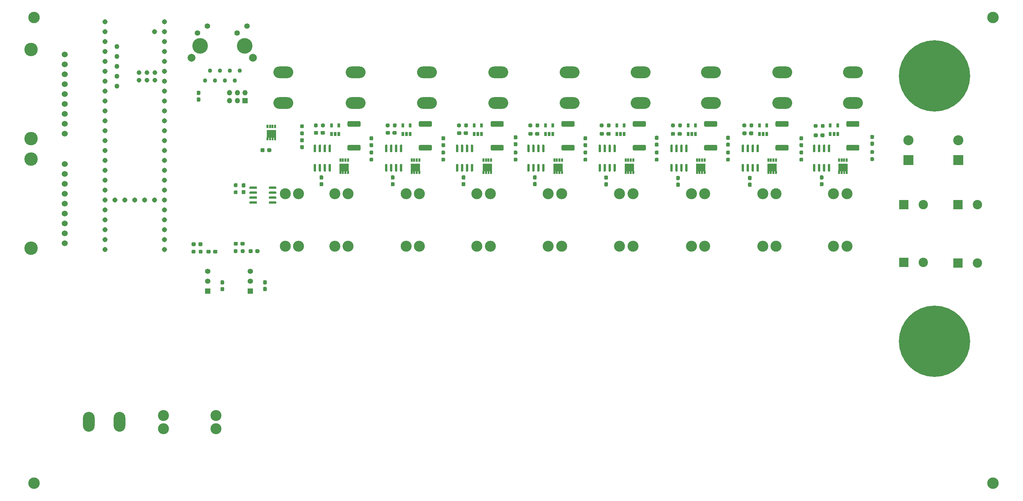
<source format=gbr>
%TF.GenerationSoftware,KiCad,Pcbnew,(5.1.6)-1*%
%TF.CreationDate,2022-03-18T21:22:57-05:00*%
%TF.ProjectId,PackVoltage_2022_Rev1,5061636b-566f-46c7-9461-67655f323032,rev?*%
%TF.SameCoordinates,Original*%
%TF.FileFunction,Soldermask,Top*%
%TF.FilePolarity,Negative*%
%FSLAX46Y46*%
G04 Gerber Fmt 4.6, Leading zero omitted, Abs format (unit mm)*
G04 Created by KiCad (PCBNEW (5.1.6)-1) date 2022-03-18 21:22:57*
%MOMM*%
%LPD*%
G01*
G04 APERTURE LIST*
%ADD10C,2.946400*%
%ADD11O,5.100000X3.000000*%
%ADD12O,3.000000X5.100000*%
%ADD13C,1.524000*%
%ADD14C,3.450000*%
%ADD15C,18.288000*%
%ADD16C,1.308000*%
%ADD17C,1.258000*%
%ADD18C,1.208000*%
%ADD19R,0.650000X1.060000*%
%ADD20C,1.358000*%
%ADD21R,1.358000X1.358000*%
%ADD22C,0.100000*%
%ADD23R,0.500000X0.930000*%
%ADD24C,1.100000*%
%ADD25C,4.000000*%
%ADD26C,1.400000*%
%ADD27C,2.000000*%
%ADD28C,2.819400*%
%ADD29O,2.600000X2.600000*%
%ADD30R,2.600000X2.600000*%
%ADD31O,1.350000X1.350000*%
%ADD32R,1.350000X1.350000*%
%ADD33C,2.400000*%
%ADD34R,2.400000X2.400000*%
G04 APERTURE END LIST*
D10*
%TO.C,REF\u002A\u002A*%
X-21590000Y-29464000D03*
%TD*%
%TO.C,REF\u002A\u002A*%
X-21590000Y-148971000D03*
%TD*%
%TO.C,REF\u002A\u002A*%
X224282000Y-148971000D03*
%TD*%
%TO.C,REF\u002A\u002A*%
X224282000Y-29464000D03*
%TD*%
%TO.C,C4*%
G36*
G01*
X33398000Y-89645500D02*
X33398000Y-89170500D01*
G75*
G02*
X33635500Y-88933000I237500J0D01*
G01*
X34235500Y-88933000D01*
G75*
G02*
X34473000Y-89170500I0J-237500D01*
G01*
X34473000Y-89645500D01*
G75*
G02*
X34235500Y-89883000I-237500J0D01*
G01*
X33635500Y-89883000D01*
G75*
G02*
X33398000Y-89645500I0J237500D01*
G01*
G37*
G36*
G01*
X35123000Y-89645500D02*
X35123000Y-89170500D01*
G75*
G02*
X35360500Y-88933000I237500J0D01*
G01*
X35960500Y-88933000D01*
G75*
G02*
X36198000Y-89170500I0J-237500D01*
G01*
X36198000Y-89645500D01*
G75*
G02*
X35960500Y-89883000I-237500J0D01*
G01*
X35360500Y-89883000D01*
G75*
G02*
X35123000Y-89645500I0J237500D01*
G01*
G37*
%TD*%
%TO.C,C3*%
G36*
G01*
X22603000Y-89772500D02*
X22603000Y-89297500D01*
G75*
G02*
X22840500Y-89060000I237500J0D01*
G01*
X23440500Y-89060000D01*
G75*
G02*
X23678000Y-89297500I0J-237500D01*
G01*
X23678000Y-89772500D01*
G75*
G02*
X23440500Y-90010000I-237500J0D01*
G01*
X22840500Y-90010000D01*
G75*
G02*
X22603000Y-89772500I0J237500D01*
G01*
G37*
G36*
G01*
X24328000Y-89772500D02*
X24328000Y-89297500D01*
G75*
G02*
X24565500Y-89060000I237500J0D01*
G01*
X25165500Y-89060000D01*
G75*
G02*
X25403000Y-89297500I0J-237500D01*
G01*
X25403000Y-89772500D01*
G75*
G02*
X25165500Y-90010000I-237500J0D01*
G01*
X24565500Y-90010000D01*
G75*
G02*
X24328000Y-89772500I0J237500D01*
G01*
G37*
%TD*%
D11*
%TO.C,Conn12*%
X60864000Y-43492000D03*
X60864000Y-51366000D03*
%TD*%
D12*
%TO.C,Conn11*%
X-7562000Y-133192000D03*
X312000Y-133192000D03*
%TD*%
D11*
%TO.C,Conn10*%
X79152000Y-43492000D03*
X79152000Y-51366000D03*
%TD*%
%TO.C,Conn9*%
X97440000Y-43492000D03*
X97440000Y-51366000D03*
%TD*%
%TO.C,Conn8*%
X115728000Y-43492000D03*
X115728000Y-51366000D03*
%TD*%
%TO.C,Conn7*%
X133889000Y-43492000D03*
X133889000Y-51366000D03*
%TD*%
%TO.C,Conn6*%
X151923000Y-43492000D03*
X151923000Y-51366000D03*
%TD*%
%TO.C,Conn5*%
X170211000Y-43492000D03*
X170211000Y-51366000D03*
%TD*%
%TO.C,Conn4*%
X188372000Y-43492000D03*
X188372000Y-51366000D03*
%TD*%
%TO.C,Conn3*%
X42322000Y-43492000D03*
X42322000Y-51366000D03*
%TD*%
D13*
%TO.C,Conn2*%
X-13716000Y-67056000D03*
X-13716000Y-69596000D03*
X-13716000Y-72136000D03*
X-13716000Y-74676000D03*
D14*
X-22352000Y-65786000D03*
X-22352000Y-88646000D03*
D13*
X-13716000Y-77216000D03*
X-13716000Y-79756000D03*
X-13716000Y-82296000D03*
X-13716000Y-84836000D03*
X-13716000Y-87376000D03*
%TD*%
%TO.C,Conn1*%
X-13716000Y-38989000D03*
X-13716000Y-41529000D03*
X-13716000Y-44069000D03*
X-13716000Y-46609000D03*
D14*
X-22352000Y-37719000D03*
X-22352000Y-60579000D03*
D13*
X-13716000Y-49149000D03*
X-13716000Y-51689000D03*
X-13716000Y-54229000D03*
X-13716000Y-56769000D03*
X-13716000Y-59309000D03*
%TD*%
D15*
%TO.C,V1*%
X209296000Y-112522000D03*
%TD*%
D16*
%TO.C,U20*%
X11811000Y-68707000D03*
X11811000Y-71247000D03*
X11811000Y-73787000D03*
X11811000Y-76327000D03*
X11811000Y-78867000D03*
X11811000Y-81407000D03*
X11811000Y-83947000D03*
X11811000Y-86487000D03*
X11811000Y-89027000D03*
X-3429000Y-89027000D03*
X-3429000Y-86487000D03*
X-3429000Y-83947000D03*
X-3429000Y-81407000D03*
X-3429000Y-78867000D03*
X-3429000Y-76327000D03*
X-3429000Y-73787000D03*
X-3429000Y-71247000D03*
X-3429000Y-68707000D03*
X11811000Y-30607000D03*
X11811000Y-33147000D03*
X11811000Y-35687000D03*
X11811000Y-38227000D03*
X11811000Y-40767000D03*
X11811000Y-43307000D03*
X11811000Y-45847000D03*
X11811000Y-48387000D03*
X11811000Y-50927000D03*
X11811000Y-53467000D03*
X11811000Y-56007000D03*
X11811000Y-58547000D03*
X11811000Y-61087000D03*
X11811000Y-63627000D03*
X-3429000Y-66167000D03*
X-3429000Y-63627000D03*
X-3429000Y-61087000D03*
X-3429000Y-58547000D03*
X-3429000Y-56007000D03*
X-3429000Y-53467000D03*
X-3429000Y-50927000D03*
X-3429000Y-48387000D03*
X-3429000Y-45847000D03*
X-3429000Y-43307000D03*
X-3429000Y-40767000D03*
X-3429000Y-38227000D03*
X-3429000Y-35687000D03*
D17*
X-379000Y-47117000D03*
X-379000Y-44577000D03*
X-379000Y-42037000D03*
X-379000Y-39497000D03*
X-379000Y-36957000D03*
D18*
X5361000Y-43577000D03*
X7361000Y-43577000D03*
X5361000Y-45577000D03*
X7361000Y-45577000D03*
X9361000Y-43577000D03*
X9361000Y-45577000D03*
D16*
X11811000Y-66167000D03*
X6731000Y-76327000D03*
X9271000Y-33147000D03*
X9271000Y-76327000D03*
X4191000Y-76327000D03*
X1651000Y-76327000D03*
X-889000Y-76327000D03*
X-3429000Y-33147000D03*
X-3429000Y-30607000D03*
%TD*%
%TO.C,U19*%
G36*
G01*
X38584000Y-73302000D02*
X38584000Y-73002000D01*
G75*
G02*
X38734000Y-72852000I150000J0D01*
G01*
X40384000Y-72852000D01*
G75*
G02*
X40534000Y-73002000I0J-150000D01*
G01*
X40534000Y-73302000D01*
G75*
G02*
X40384000Y-73452000I-150000J0D01*
G01*
X38734000Y-73452000D01*
G75*
G02*
X38584000Y-73302000I0J150000D01*
G01*
G37*
G36*
G01*
X38584000Y-74572000D02*
X38584000Y-74272000D01*
G75*
G02*
X38734000Y-74122000I150000J0D01*
G01*
X40384000Y-74122000D01*
G75*
G02*
X40534000Y-74272000I0J-150000D01*
G01*
X40534000Y-74572000D01*
G75*
G02*
X40384000Y-74722000I-150000J0D01*
G01*
X38734000Y-74722000D01*
G75*
G02*
X38584000Y-74572000I0J150000D01*
G01*
G37*
G36*
G01*
X38584000Y-75842000D02*
X38584000Y-75542000D01*
G75*
G02*
X38734000Y-75392000I150000J0D01*
G01*
X40384000Y-75392000D01*
G75*
G02*
X40534000Y-75542000I0J-150000D01*
G01*
X40534000Y-75842000D01*
G75*
G02*
X40384000Y-75992000I-150000J0D01*
G01*
X38734000Y-75992000D01*
G75*
G02*
X38584000Y-75842000I0J150000D01*
G01*
G37*
G36*
G01*
X38584000Y-77112000D02*
X38584000Y-76812000D01*
G75*
G02*
X38734000Y-76662000I150000J0D01*
G01*
X40384000Y-76662000D01*
G75*
G02*
X40534000Y-76812000I0J-150000D01*
G01*
X40534000Y-77112000D01*
G75*
G02*
X40384000Y-77262000I-150000J0D01*
G01*
X38734000Y-77262000D01*
G75*
G02*
X38584000Y-77112000I0J150000D01*
G01*
G37*
G36*
G01*
X33634000Y-77112000D02*
X33634000Y-76812000D01*
G75*
G02*
X33784000Y-76662000I150000J0D01*
G01*
X35434000Y-76662000D01*
G75*
G02*
X35584000Y-76812000I0J-150000D01*
G01*
X35584000Y-77112000D01*
G75*
G02*
X35434000Y-77262000I-150000J0D01*
G01*
X33784000Y-77262000D01*
G75*
G02*
X33634000Y-77112000I0J150000D01*
G01*
G37*
G36*
G01*
X33634000Y-75842000D02*
X33634000Y-75542000D01*
G75*
G02*
X33784000Y-75392000I150000J0D01*
G01*
X35434000Y-75392000D01*
G75*
G02*
X35584000Y-75542000I0J-150000D01*
G01*
X35584000Y-75842000D01*
G75*
G02*
X35434000Y-75992000I-150000J0D01*
G01*
X33784000Y-75992000D01*
G75*
G02*
X33634000Y-75842000I0J150000D01*
G01*
G37*
G36*
G01*
X33634000Y-74572000D02*
X33634000Y-74272000D01*
G75*
G02*
X33784000Y-74122000I150000J0D01*
G01*
X35434000Y-74122000D01*
G75*
G02*
X35584000Y-74272000I0J-150000D01*
G01*
X35584000Y-74572000D01*
G75*
G02*
X35434000Y-74722000I-150000J0D01*
G01*
X33784000Y-74722000D01*
G75*
G02*
X33634000Y-74572000I0J150000D01*
G01*
G37*
G36*
G01*
X33634000Y-73302000D02*
X33634000Y-73002000D01*
G75*
G02*
X33784000Y-72852000I150000J0D01*
G01*
X35434000Y-72852000D01*
G75*
G02*
X35584000Y-73002000I0J-150000D01*
G01*
X35584000Y-73302000D01*
G75*
G02*
X35434000Y-73452000I-150000J0D01*
G01*
X33784000Y-73452000D01*
G75*
G02*
X33634000Y-73302000I0J150000D01*
G01*
G37*
%TD*%
D19*
%TO.C,U18*%
X91252000Y-57193000D03*
X93152000Y-57193000D03*
X93152000Y-59393000D03*
X92202000Y-59393000D03*
X91252000Y-59393000D03*
%TD*%
%TO.C,U17*%
X109540000Y-57193000D03*
X111440000Y-57193000D03*
X111440000Y-59393000D03*
X110490000Y-59393000D03*
X109540000Y-59393000D03*
%TD*%
%TO.C,U16*%
X72964000Y-57193000D03*
X74864000Y-57193000D03*
X74864000Y-59393000D03*
X73914000Y-59393000D03*
X72964000Y-59393000D03*
%TD*%
%TO.C,U15*%
X54676000Y-57193000D03*
X56576000Y-57193000D03*
X56576000Y-59393000D03*
X55626000Y-59393000D03*
X54676000Y-59393000D03*
%TD*%
%TO.C,U14*%
G36*
G01*
X90528000Y-67032000D02*
X90828000Y-67032000D01*
G75*
G02*
X90978000Y-67182000I0J-150000D01*
G01*
X90978000Y-68832000D01*
G75*
G02*
X90828000Y-68982000I-150000J0D01*
G01*
X90528000Y-68982000D01*
G75*
G02*
X90378000Y-68832000I0J150000D01*
G01*
X90378000Y-67182000D01*
G75*
G02*
X90528000Y-67032000I150000J0D01*
G01*
G37*
G36*
G01*
X89258000Y-67032000D02*
X89558000Y-67032000D01*
G75*
G02*
X89708000Y-67182000I0J-150000D01*
G01*
X89708000Y-68832000D01*
G75*
G02*
X89558000Y-68982000I-150000J0D01*
G01*
X89258000Y-68982000D01*
G75*
G02*
X89108000Y-68832000I0J150000D01*
G01*
X89108000Y-67182000D01*
G75*
G02*
X89258000Y-67032000I150000J0D01*
G01*
G37*
G36*
G01*
X87988000Y-67032000D02*
X88288000Y-67032000D01*
G75*
G02*
X88438000Y-67182000I0J-150000D01*
G01*
X88438000Y-68832000D01*
G75*
G02*
X88288000Y-68982000I-150000J0D01*
G01*
X87988000Y-68982000D01*
G75*
G02*
X87838000Y-68832000I0J150000D01*
G01*
X87838000Y-67182000D01*
G75*
G02*
X87988000Y-67032000I150000J0D01*
G01*
G37*
G36*
G01*
X86718000Y-67032000D02*
X87018000Y-67032000D01*
G75*
G02*
X87168000Y-67182000I0J-150000D01*
G01*
X87168000Y-68832000D01*
G75*
G02*
X87018000Y-68982000I-150000J0D01*
G01*
X86718000Y-68982000D01*
G75*
G02*
X86568000Y-68832000I0J150000D01*
G01*
X86568000Y-67182000D01*
G75*
G02*
X86718000Y-67032000I150000J0D01*
G01*
G37*
G36*
G01*
X86718000Y-62082000D02*
X87018000Y-62082000D01*
G75*
G02*
X87168000Y-62232000I0J-150000D01*
G01*
X87168000Y-63882000D01*
G75*
G02*
X87018000Y-64032000I-150000J0D01*
G01*
X86718000Y-64032000D01*
G75*
G02*
X86568000Y-63882000I0J150000D01*
G01*
X86568000Y-62232000D01*
G75*
G02*
X86718000Y-62082000I150000J0D01*
G01*
G37*
G36*
G01*
X87988000Y-62082000D02*
X88288000Y-62082000D01*
G75*
G02*
X88438000Y-62232000I0J-150000D01*
G01*
X88438000Y-63882000D01*
G75*
G02*
X88288000Y-64032000I-150000J0D01*
G01*
X87988000Y-64032000D01*
G75*
G02*
X87838000Y-63882000I0J150000D01*
G01*
X87838000Y-62232000D01*
G75*
G02*
X87988000Y-62082000I150000J0D01*
G01*
G37*
G36*
G01*
X89258000Y-62082000D02*
X89558000Y-62082000D01*
G75*
G02*
X89708000Y-62232000I0J-150000D01*
G01*
X89708000Y-63882000D01*
G75*
G02*
X89558000Y-64032000I-150000J0D01*
G01*
X89258000Y-64032000D01*
G75*
G02*
X89108000Y-63882000I0J150000D01*
G01*
X89108000Y-62232000D01*
G75*
G02*
X89258000Y-62082000I150000J0D01*
G01*
G37*
G36*
G01*
X90528000Y-62082000D02*
X90828000Y-62082000D01*
G75*
G02*
X90978000Y-62232000I0J-150000D01*
G01*
X90978000Y-63882000D01*
G75*
G02*
X90828000Y-64032000I-150000J0D01*
G01*
X90528000Y-64032000D01*
G75*
G02*
X90378000Y-63882000I0J150000D01*
G01*
X90378000Y-62232000D01*
G75*
G02*
X90528000Y-62082000I150000J0D01*
G01*
G37*
%TD*%
%TO.C,U13*%
G36*
G01*
X108816000Y-67032000D02*
X109116000Y-67032000D01*
G75*
G02*
X109266000Y-67182000I0J-150000D01*
G01*
X109266000Y-68832000D01*
G75*
G02*
X109116000Y-68982000I-150000J0D01*
G01*
X108816000Y-68982000D01*
G75*
G02*
X108666000Y-68832000I0J150000D01*
G01*
X108666000Y-67182000D01*
G75*
G02*
X108816000Y-67032000I150000J0D01*
G01*
G37*
G36*
G01*
X107546000Y-67032000D02*
X107846000Y-67032000D01*
G75*
G02*
X107996000Y-67182000I0J-150000D01*
G01*
X107996000Y-68832000D01*
G75*
G02*
X107846000Y-68982000I-150000J0D01*
G01*
X107546000Y-68982000D01*
G75*
G02*
X107396000Y-68832000I0J150000D01*
G01*
X107396000Y-67182000D01*
G75*
G02*
X107546000Y-67032000I150000J0D01*
G01*
G37*
G36*
G01*
X106276000Y-67032000D02*
X106576000Y-67032000D01*
G75*
G02*
X106726000Y-67182000I0J-150000D01*
G01*
X106726000Y-68832000D01*
G75*
G02*
X106576000Y-68982000I-150000J0D01*
G01*
X106276000Y-68982000D01*
G75*
G02*
X106126000Y-68832000I0J150000D01*
G01*
X106126000Y-67182000D01*
G75*
G02*
X106276000Y-67032000I150000J0D01*
G01*
G37*
G36*
G01*
X105006000Y-67032000D02*
X105306000Y-67032000D01*
G75*
G02*
X105456000Y-67182000I0J-150000D01*
G01*
X105456000Y-68832000D01*
G75*
G02*
X105306000Y-68982000I-150000J0D01*
G01*
X105006000Y-68982000D01*
G75*
G02*
X104856000Y-68832000I0J150000D01*
G01*
X104856000Y-67182000D01*
G75*
G02*
X105006000Y-67032000I150000J0D01*
G01*
G37*
G36*
G01*
X105006000Y-62082000D02*
X105306000Y-62082000D01*
G75*
G02*
X105456000Y-62232000I0J-150000D01*
G01*
X105456000Y-63882000D01*
G75*
G02*
X105306000Y-64032000I-150000J0D01*
G01*
X105006000Y-64032000D01*
G75*
G02*
X104856000Y-63882000I0J150000D01*
G01*
X104856000Y-62232000D01*
G75*
G02*
X105006000Y-62082000I150000J0D01*
G01*
G37*
G36*
G01*
X106276000Y-62082000D02*
X106576000Y-62082000D01*
G75*
G02*
X106726000Y-62232000I0J-150000D01*
G01*
X106726000Y-63882000D01*
G75*
G02*
X106576000Y-64032000I-150000J0D01*
G01*
X106276000Y-64032000D01*
G75*
G02*
X106126000Y-63882000I0J150000D01*
G01*
X106126000Y-62232000D01*
G75*
G02*
X106276000Y-62082000I150000J0D01*
G01*
G37*
G36*
G01*
X107546000Y-62082000D02*
X107846000Y-62082000D01*
G75*
G02*
X107996000Y-62232000I0J-150000D01*
G01*
X107996000Y-63882000D01*
G75*
G02*
X107846000Y-64032000I-150000J0D01*
G01*
X107546000Y-64032000D01*
G75*
G02*
X107396000Y-63882000I0J150000D01*
G01*
X107396000Y-62232000D01*
G75*
G02*
X107546000Y-62082000I150000J0D01*
G01*
G37*
G36*
G01*
X108816000Y-62082000D02*
X109116000Y-62082000D01*
G75*
G02*
X109266000Y-62232000I0J-150000D01*
G01*
X109266000Y-63882000D01*
G75*
G02*
X109116000Y-64032000I-150000J0D01*
G01*
X108816000Y-64032000D01*
G75*
G02*
X108666000Y-63882000I0J150000D01*
G01*
X108666000Y-62232000D01*
G75*
G02*
X108816000Y-62082000I150000J0D01*
G01*
G37*
%TD*%
%TO.C,U12*%
G36*
G01*
X72367000Y-67032000D02*
X72667000Y-67032000D01*
G75*
G02*
X72817000Y-67182000I0J-150000D01*
G01*
X72817000Y-68832000D01*
G75*
G02*
X72667000Y-68982000I-150000J0D01*
G01*
X72367000Y-68982000D01*
G75*
G02*
X72217000Y-68832000I0J150000D01*
G01*
X72217000Y-67182000D01*
G75*
G02*
X72367000Y-67032000I150000J0D01*
G01*
G37*
G36*
G01*
X71097000Y-67032000D02*
X71397000Y-67032000D01*
G75*
G02*
X71547000Y-67182000I0J-150000D01*
G01*
X71547000Y-68832000D01*
G75*
G02*
X71397000Y-68982000I-150000J0D01*
G01*
X71097000Y-68982000D01*
G75*
G02*
X70947000Y-68832000I0J150000D01*
G01*
X70947000Y-67182000D01*
G75*
G02*
X71097000Y-67032000I150000J0D01*
G01*
G37*
G36*
G01*
X69827000Y-67032000D02*
X70127000Y-67032000D01*
G75*
G02*
X70277000Y-67182000I0J-150000D01*
G01*
X70277000Y-68832000D01*
G75*
G02*
X70127000Y-68982000I-150000J0D01*
G01*
X69827000Y-68982000D01*
G75*
G02*
X69677000Y-68832000I0J150000D01*
G01*
X69677000Y-67182000D01*
G75*
G02*
X69827000Y-67032000I150000J0D01*
G01*
G37*
G36*
G01*
X68557000Y-67032000D02*
X68857000Y-67032000D01*
G75*
G02*
X69007000Y-67182000I0J-150000D01*
G01*
X69007000Y-68832000D01*
G75*
G02*
X68857000Y-68982000I-150000J0D01*
G01*
X68557000Y-68982000D01*
G75*
G02*
X68407000Y-68832000I0J150000D01*
G01*
X68407000Y-67182000D01*
G75*
G02*
X68557000Y-67032000I150000J0D01*
G01*
G37*
G36*
G01*
X68557000Y-62082000D02*
X68857000Y-62082000D01*
G75*
G02*
X69007000Y-62232000I0J-150000D01*
G01*
X69007000Y-63882000D01*
G75*
G02*
X68857000Y-64032000I-150000J0D01*
G01*
X68557000Y-64032000D01*
G75*
G02*
X68407000Y-63882000I0J150000D01*
G01*
X68407000Y-62232000D01*
G75*
G02*
X68557000Y-62082000I150000J0D01*
G01*
G37*
G36*
G01*
X69827000Y-62082000D02*
X70127000Y-62082000D01*
G75*
G02*
X70277000Y-62232000I0J-150000D01*
G01*
X70277000Y-63882000D01*
G75*
G02*
X70127000Y-64032000I-150000J0D01*
G01*
X69827000Y-64032000D01*
G75*
G02*
X69677000Y-63882000I0J150000D01*
G01*
X69677000Y-62232000D01*
G75*
G02*
X69827000Y-62082000I150000J0D01*
G01*
G37*
G36*
G01*
X71097000Y-62082000D02*
X71397000Y-62082000D01*
G75*
G02*
X71547000Y-62232000I0J-150000D01*
G01*
X71547000Y-63882000D01*
G75*
G02*
X71397000Y-64032000I-150000J0D01*
G01*
X71097000Y-64032000D01*
G75*
G02*
X70947000Y-63882000I0J150000D01*
G01*
X70947000Y-62232000D01*
G75*
G02*
X71097000Y-62082000I150000J0D01*
G01*
G37*
G36*
G01*
X72367000Y-62082000D02*
X72667000Y-62082000D01*
G75*
G02*
X72817000Y-62232000I0J-150000D01*
G01*
X72817000Y-63882000D01*
G75*
G02*
X72667000Y-64032000I-150000J0D01*
G01*
X72367000Y-64032000D01*
G75*
G02*
X72217000Y-63882000I0J150000D01*
G01*
X72217000Y-62232000D01*
G75*
G02*
X72367000Y-62082000I150000J0D01*
G01*
G37*
%TD*%
%TO.C,U11*%
G36*
G01*
X54079000Y-67032000D02*
X54379000Y-67032000D01*
G75*
G02*
X54529000Y-67182000I0J-150000D01*
G01*
X54529000Y-68832000D01*
G75*
G02*
X54379000Y-68982000I-150000J0D01*
G01*
X54079000Y-68982000D01*
G75*
G02*
X53929000Y-68832000I0J150000D01*
G01*
X53929000Y-67182000D01*
G75*
G02*
X54079000Y-67032000I150000J0D01*
G01*
G37*
G36*
G01*
X52809000Y-67032000D02*
X53109000Y-67032000D01*
G75*
G02*
X53259000Y-67182000I0J-150000D01*
G01*
X53259000Y-68832000D01*
G75*
G02*
X53109000Y-68982000I-150000J0D01*
G01*
X52809000Y-68982000D01*
G75*
G02*
X52659000Y-68832000I0J150000D01*
G01*
X52659000Y-67182000D01*
G75*
G02*
X52809000Y-67032000I150000J0D01*
G01*
G37*
G36*
G01*
X51539000Y-67032000D02*
X51839000Y-67032000D01*
G75*
G02*
X51989000Y-67182000I0J-150000D01*
G01*
X51989000Y-68832000D01*
G75*
G02*
X51839000Y-68982000I-150000J0D01*
G01*
X51539000Y-68982000D01*
G75*
G02*
X51389000Y-68832000I0J150000D01*
G01*
X51389000Y-67182000D01*
G75*
G02*
X51539000Y-67032000I150000J0D01*
G01*
G37*
G36*
G01*
X50269000Y-67032000D02*
X50569000Y-67032000D01*
G75*
G02*
X50719000Y-67182000I0J-150000D01*
G01*
X50719000Y-68832000D01*
G75*
G02*
X50569000Y-68982000I-150000J0D01*
G01*
X50269000Y-68982000D01*
G75*
G02*
X50119000Y-68832000I0J150000D01*
G01*
X50119000Y-67182000D01*
G75*
G02*
X50269000Y-67032000I150000J0D01*
G01*
G37*
G36*
G01*
X50269000Y-62082000D02*
X50569000Y-62082000D01*
G75*
G02*
X50719000Y-62232000I0J-150000D01*
G01*
X50719000Y-63882000D01*
G75*
G02*
X50569000Y-64032000I-150000J0D01*
G01*
X50269000Y-64032000D01*
G75*
G02*
X50119000Y-63882000I0J150000D01*
G01*
X50119000Y-62232000D01*
G75*
G02*
X50269000Y-62082000I150000J0D01*
G01*
G37*
G36*
G01*
X51539000Y-62082000D02*
X51839000Y-62082000D01*
G75*
G02*
X51989000Y-62232000I0J-150000D01*
G01*
X51989000Y-63882000D01*
G75*
G02*
X51839000Y-64032000I-150000J0D01*
G01*
X51539000Y-64032000D01*
G75*
G02*
X51389000Y-63882000I0J150000D01*
G01*
X51389000Y-62232000D01*
G75*
G02*
X51539000Y-62082000I150000J0D01*
G01*
G37*
G36*
G01*
X52809000Y-62082000D02*
X53109000Y-62082000D01*
G75*
G02*
X53259000Y-62232000I0J-150000D01*
G01*
X53259000Y-63882000D01*
G75*
G02*
X53109000Y-64032000I-150000J0D01*
G01*
X52809000Y-64032000D01*
G75*
G02*
X52659000Y-63882000I0J150000D01*
G01*
X52659000Y-62232000D01*
G75*
G02*
X52809000Y-62082000I150000J0D01*
G01*
G37*
G36*
G01*
X54079000Y-62082000D02*
X54379000Y-62082000D01*
G75*
G02*
X54529000Y-62232000I0J-150000D01*
G01*
X54529000Y-63882000D01*
G75*
G02*
X54379000Y-64032000I-150000J0D01*
G01*
X54079000Y-64032000D01*
G75*
G02*
X53929000Y-63882000I0J150000D01*
G01*
X53929000Y-62232000D01*
G75*
G02*
X54079000Y-62082000I150000J0D01*
G01*
G37*
%TD*%
%TO.C,U10*%
X127828000Y-57193000D03*
X129728000Y-57193000D03*
X129728000Y-59393000D03*
X128778000Y-59393000D03*
X127828000Y-59393000D03*
%TD*%
%TO.C,U9*%
X146116000Y-57193000D03*
X148016000Y-57193000D03*
X148016000Y-59393000D03*
X147066000Y-59393000D03*
X146116000Y-59393000D03*
%TD*%
%TO.C,U8*%
X164404000Y-57193000D03*
X166304000Y-57193000D03*
X166304000Y-59393000D03*
X165354000Y-59393000D03*
X164404000Y-59393000D03*
%TD*%
%TO.C,U7*%
X182565000Y-57193000D03*
X184465000Y-57193000D03*
X184465000Y-59393000D03*
X183515000Y-59393000D03*
X182565000Y-59393000D03*
%TD*%
%TO.C,U6*%
G36*
G01*
X127104000Y-67032000D02*
X127404000Y-67032000D01*
G75*
G02*
X127554000Y-67182000I0J-150000D01*
G01*
X127554000Y-68832000D01*
G75*
G02*
X127404000Y-68982000I-150000J0D01*
G01*
X127104000Y-68982000D01*
G75*
G02*
X126954000Y-68832000I0J150000D01*
G01*
X126954000Y-67182000D01*
G75*
G02*
X127104000Y-67032000I150000J0D01*
G01*
G37*
G36*
G01*
X125834000Y-67032000D02*
X126134000Y-67032000D01*
G75*
G02*
X126284000Y-67182000I0J-150000D01*
G01*
X126284000Y-68832000D01*
G75*
G02*
X126134000Y-68982000I-150000J0D01*
G01*
X125834000Y-68982000D01*
G75*
G02*
X125684000Y-68832000I0J150000D01*
G01*
X125684000Y-67182000D01*
G75*
G02*
X125834000Y-67032000I150000J0D01*
G01*
G37*
G36*
G01*
X124564000Y-67032000D02*
X124864000Y-67032000D01*
G75*
G02*
X125014000Y-67182000I0J-150000D01*
G01*
X125014000Y-68832000D01*
G75*
G02*
X124864000Y-68982000I-150000J0D01*
G01*
X124564000Y-68982000D01*
G75*
G02*
X124414000Y-68832000I0J150000D01*
G01*
X124414000Y-67182000D01*
G75*
G02*
X124564000Y-67032000I150000J0D01*
G01*
G37*
G36*
G01*
X123294000Y-67032000D02*
X123594000Y-67032000D01*
G75*
G02*
X123744000Y-67182000I0J-150000D01*
G01*
X123744000Y-68832000D01*
G75*
G02*
X123594000Y-68982000I-150000J0D01*
G01*
X123294000Y-68982000D01*
G75*
G02*
X123144000Y-68832000I0J150000D01*
G01*
X123144000Y-67182000D01*
G75*
G02*
X123294000Y-67032000I150000J0D01*
G01*
G37*
G36*
G01*
X123294000Y-62082000D02*
X123594000Y-62082000D01*
G75*
G02*
X123744000Y-62232000I0J-150000D01*
G01*
X123744000Y-63882000D01*
G75*
G02*
X123594000Y-64032000I-150000J0D01*
G01*
X123294000Y-64032000D01*
G75*
G02*
X123144000Y-63882000I0J150000D01*
G01*
X123144000Y-62232000D01*
G75*
G02*
X123294000Y-62082000I150000J0D01*
G01*
G37*
G36*
G01*
X124564000Y-62082000D02*
X124864000Y-62082000D01*
G75*
G02*
X125014000Y-62232000I0J-150000D01*
G01*
X125014000Y-63882000D01*
G75*
G02*
X124864000Y-64032000I-150000J0D01*
G01*
X124564000Y-64032000D01*
G75*
G02*
X124414000Y-63882000I0J150000D01*
G01*
X124414000Y-62232000D01*
G75*
G02*
X124564000Y-62082000I150000J0D01*
G01*
G37*
G36*
G01*
X125834000Y-62082000D02*
X126134000Y-62082000D01*
G75*
G02*
X126284000Y-62232000I0J-150000D01*
G01*
X126284000Y-63882000D01*
G75*
G02*
X126134000Y-64032000I-150000J0D01*
G01*
X125834000Y-64032000D01*
G75*
G02*
X125684000Y-63882000I0J150000D01*
G01*
X125684000Y-62232000D01*
G75*
G02*
X125834000Y-62082000I150000J0D01*
G01*
G37*
G36*
G01*
X127104000Y-62082000D02*
X127404000Y-62082000D01*
G75*
G02*
X127554000Y-62232000I0J-150000D01*
G01*
X127554000Y-63882000D01*
G75*
G02*
X127404000Y-64032000I-150000J0D01*
G01*
X127104000Y-64032000D01*
G75*
G02*
X126954000Y-63882000I0J150000D01*
G01*
X126954000Y-62232000D01*
G75*
G02*
X127104000Y-62082000I150000J0D01*
G01*
G37*
%TD*%
%TO.C,U5*%
G36*
G01*
X145519000Y-67032000D02*
X145819000Y-67032000D01*
G75*
G02*
X145969000Y-67182000I0J-150000D01*
G01*
X145969000Y-68832000D01*
G75*
G02*
X145819000Y-68982000I-150000J0D01*
G01*
X145519000Y-68982000D01*
G75*
G02*
X145369000Y-68832000I0J150000D01*
G01*
X145369000Y-67182000D01*
G75*
G02*
X145519000Y-67032000I150000J0D01*
G01*
G37*
G36*
G01*
X144249000Y-67032000D02*
X144549000Y-67032000D01*
G75*
G02*
X144699000Y-67182000I0J-150000D01*
G01*
X144699000Y-68832000D01*
G75*
G02*
X144549000Y-68982000I-150000J0D01*
G01*
X144249000Y-68982000D01*
G75*
G02*
X144099000Y-68832000I0J150000D01*
G01*
X144099000Y-67182000D01*
G75*
G02*
X144249000Y-67032000I150000J0D01*
G01*
G37*
G36*
G01*
X142979000Y-67032000D02*
X143279000Y-67032000D01*
G75*
G02*
X143429000Y-67182000I0J-150000D01*
G01*
X143429000Y-68832000D01*
G75*
G02*
X143279000Y-68982000I-150000J0D01*
G01*
X142979000Y-68982000D01*
G75*
G02*
X142829000Y-68832000I0J150000D01*
G01*
X142829000Y-67182000D01*
G75*
G02*
X142979000Y-67032000I150000J0D01*
G01*
G37*
G36*
G01*
X141709000Y-67032000D02*
X142009000Y-67032000D01*
G75*
G02*
X142159000Y-67182000I0J-150000D01*
G01*
X142159000Y-68832000D01*
G75*
G02*
X142009000Y-68982000I-150000J0D01*
G01*
X141709000Y-68982000D01*
G75*
G02*
X141559000Y-68832000I0J150000D01*
G01*
X141559000Y-67182000D01*
G75*
G02*
X141709000Y-67032000I150000J0D01*
G01*
G37*
G36*
G01*
X141709000Y-62082000D02*
X142009000Y-62082000D01*
G75*
G02*
X142159000Y-62232000I0J-150000D01*
G01*
X142159000Y-63882000D01*
G75*
G02*
X142009000Y-64032000I-150000J0D01*
G01*
X141709000Y-64032000D01*
G75*
G02*
X141559000Y-63882000I0J150000D01*
G01*
X141559000Y-62232000D01*
G75*
G02*
X141709000Y-62082000I150000J0D01*
G01*
G37*
G36*
G01*
X142979000Y-62082000D02*
X143279000Y-62082000D01*
G75*
G02*
X143429000Y-62232000I0J-150000D01*
G01*
X143429000Y-63882000D01*
G75*
G02*
X143279000Y-64032000I-150000J0D01*
G01*
X142979000Y-64032000D01*
G75*
G02*
X142829000Y-63882000I0J150000D01*
G01*
X142829000Y-62232000D01*
G75*
G02*
X142979000Y-62082000I150000J0D01*
G01*
G37*
G36*
G01*
X144249000Y-62082000D02*
X144549000Y-62082000D01*
G75*
G02*
X144699000Y-62232000I0J-150000D01*
G01*
X144699000Y-63882000D01*
G75*
G02*
X144549000Y-64032000I-150000J0D01*
G01*
X144249000Y-64032000D01*
G75*
G02*
X144099000Y-63882000I0J150000D01*
G01*
X144099000Y-62232000D01*
G75*
G02*
X144249000Y-62082000I150000J0D01*
G01*
G37*
G36*
G01*
X145519000Y-62082000D02*
X145819000Y-62082000D01*
G75*
G02*
X145969000Y-62232000I0J-150000D01*
G01*
X145969000Y-63882000D01*
G75*
G02*
X145819000Y-64032000I-150000J0D01*
G01*
X145519000Y-64032000D01*
G75*
G02*
X145369000Y-63882000I0J150000D01*
G01*
X145369000Y-62232000D01*
G75*
G02*
X145519000Y-62082000I150000J0D01*
G01*
G37*
%TD*%
%TO.C,U4*%
G36*
G01*
X163807000Y-67032000D02*
X164107000Y-67032000D01*
G75*
G02*
X164257000Y-67182000I0J-150000D01*
G01*
X164257000Y-68832000D01*
G75*
G02*
X164107000Y-68982000I-150000J0D01*
G01*
X163807000Y-68982000D01*
G75*
G02*
X163657000Y-68832000I0J150000D01*
G01*
X163657000Y-67182000D01*
G75*
G02*
X163807000Y-67032000I150000J0D01*
G01*
G37*
G36*
G01*
X162537000Y-67032000D02*
X162837000Y-67032000D01*
G75*
G02*
X162987000Y-67182000I0J-150000D01*
G01*
X162987000Y-68832000D01*
G75*
G02*
X162837000Y-68982000I-150000J0D01*
G01*
X162537000Y-68982000D01*
G75*
G02*
X162387000Y-68832000I0J150000D01*
G01*
X162387000Y-67182000D01*
G75*
G02*
X162537000Y-67032000I150000J0D01*
G01*
G37*
G36*
G01*
X161267000Y-67032000D02*
X161567000Y-67032000D01*
G75*
G02*
X161717000Y-67182000I0J-150000D01*
G01*
X161717000Y-68832000D01*
G75*
G02*
X161567000Y-68982000I-150000J0D01*
G01*
X161267000Y-68982000D01*
G75*
G02*
X161117000Y-68832000I0J150000D01*
G01*
X161117000Y-67182000D01*
G75*
G02*
X161267000Y-67032000I150000J0D01*
G01*
G37*
G36*
G01*
X159997000Y-67032000D02*
X160297000Y-67032000D01*
G75*
G02*
X160447000Y-67182000I0J-150000D01*
G01*
X160447000Y-68832000D01*
G75*
G02*
X160297000Y-68982000I-150000J0D01*
G01*
X159997000Y-68982000D01*
G75*
G02*
X159847000Y-68832000I0J150000D01*
G01*
X159847000Y-67182000D01*
G75*
G02*
X159997000Y-67032000I150000J0D01*
G01*
G37*
G36*
G01*
X159997000Y-62082000D02*
X160297000Y-62082000D01*
G75*
G02*
X160447000Y-62232000I0J-150000D01*
G01*
X160447000Y-63882000D01*
G75*
G02*
X160297000Y-64032000I-150000J0D01*
G01*
X159997000Y-64032000D01*
G75*
G02*
X159847000Y-63882000I0J150000D01*
G01*
X159847000Y-62232000D01*
G75*
G02*
X159997000Y-62082000I150000J0D01*
G01*
G37*
G36*
G01*
X161267000Y-62082000D02*
X161567000Y-62082000D01*
G75*
G02*
X161717000Y-62232000I0J-150000D01*
G01*
X161717000Y-63882000D01*
G75*
G02*
X161567000Y-64032000I-150000J0D01*
G01*
X161267000Y-64032000D01*
G75*
G02*
X161117000Y-63882000I0J150000D01*
G01*
X161117000Y-62232000D01*
G75*
G02*
X161267000Y-62082000I150000J0D01*
G01*
G37*
G36*
G01*
X162537000Y-62082000D02*
X162837000Y-62082000D01*
G75*
G02*
X162987000Y-62232000I0J-150000D01*
G01*
X162987000Y-63882000D01*
G75*
G02*
X162837000Y-64032000I-150000J0D01*
G01*
X162537000Y-64032000D01*
G75*
G02*
X162387000Y-63882000I0J150000D01*
G01*
X162387000Y-62232000D01*
G75*
G02*
X162537000Y-62082000I150000J0D01*
G01*
G37*
G36*
G01*
X163807000Y-62082000D02*
X164107000Y-62082000D01*
G75*
G02*
X164257000Y-62232000I0J-150000D01*
G01*
X164257000Y-63882000D01*
G75*
G02*
X164107000Y-64032000I-150000J0D01*
G01*
X163807000Y-64032000D01*
G75*
G02*
X163657000Y-63882000I0J150000D01*
G01*
X163657000Y-62232000D01*
G75*
G02*
X163807000Y-62082000I150000J0D01*
G01*
G37*
%TD*%
%TO.C,U3*%
G36*
G01*
X182095000Y-67032000D02*
X182395000Y-67032000D01*
G75*
G02*
X182545000Y-67182000I0J-150000D01*
G01*
X182545000Y-68832000D01*
G75*
G02*
X182395000Y-68982000I-150000J0D01*
G01*
X182095000Y-68982000D01*
G75*
G02*
X181945000Y-68832000I0J150000D01*
G01*
X181945000Y-67182000D01*
G75*
G02*
X182095000Y-67032000I150000J0D01*
G01*
G37*
G36*
G01*
X180825000Y-67032000D02*
X181125000Y-67032000D01*
G75*
G02*
X181275000Y-67182000I0J-150000D01*
G01*
X181275000Y-68832000D01*
G75*
G02*
X181125000Y-68982000I-150000J0D01*
G01*
X180825000Y-68982000D01*
G75*
G02*
X180675000Y-68832000I0J150000D01*
G01*
X180675000Y-67182000D01*
G75*
G02*
X180825000Y-67032000I150000J0D01*
G01*
G37*
G36*
G01*
X179555000Y-67032000D02*
X179855000Y-67032000D01*
G75*
G02*
X180005000Y-67182000I0J-150000D01*
G01*
X180005000Y-68832000D01*
G75*
G02*
X179855000Y-68982000I-150000J0D01*
G01*
X179555000Y-68982000D01*
G75*
G02*
X179405000Y-68832000I0J150000D01*
G01*
X179405000Y-67182000D01*
G75*
G02*
X179555000Y-67032000I150000J0D01*
G01*
G37*
G36*
G01*
X178285000Y-67032000D02*
X178585000Y-67032000D01*
G75*
G02*
X178735000Y-67182000I0J-150000D01*
G01*
X178735000Y-68832000D01*
G75*
G02*
X178585000Y-68982000I-150000J0D01*
G01*
X178285000Y-68982000D01*
G75*
G02*
X178135000Y-68832000I0J150000D01*
G01*
X178135000Y-67182000D01*
G75*
G02*
X178285000Y-67032000I150000J0D01*
G01*
G37*
G36*
G01*
X178285000Y-62082000D02*
X178585000Y-62082000D01*
G75*
G02*
X178735000Y-62232000I0J-150000D01*
G01*
X178735000Y-63882000D01*
G75*
G02*
X178585000Y-64032000I-150000J0D01*
G01*
X178285000Y-64032000D01*
G75*
G02*
X178135000Y-63882000I0J150000D01*
G01*
X178135000Y-62232000D01*
G75*
G02*
X178285000Y-62082000I150000J0D01*
G01*
G37*
G36*
G01*
X179555000Y-62082000D02*
X179855000Y-62082000D01*
G75*
G02*
X180005000Y-62232000I0J-150000D01*
G01*
X180005000Y-63882000D01*
G75*
G02*
X179855000Y-64032000I-150000J0D01*
G01*
X179555000Y-64032000D01*
G75*
G02*
X179405000Y-63882000I0J150000D01*
G01*
X179405000Y-62232000D01*
G75*
G02*
X179555000Y-62082000I150000J0D01*
G01*
G37*
G36*
G01*
X180825000Y-62082000D02*
X181125000Y-62082000D01*
G75*
G02*
X181275000Y-62232000I0J-150000D01*
G01*
X181275000Y-63882000D01*
G75*
G02*
X181125000Y-64032000I-150000J0D01*
G01*
X180825000Y-64032000D01*
G75*
G02*
X180675000Y-63882000I0J150000D01*
G01*
X180675000Y-62232000D01*
G75*
G02*
X180825000Y-62082000I150000J0D01*
G01*
G37*
G36*
G01*
X182095000Y-62082000D02*
X182395000Y-62082000D01*
G75*
G02*
X182545000Y-62232000I0J-150000D01*
G01*
X182545000Y-63882000D01*
G75*
G02*
X182395000Y-64032000I-150000J0D01*
G01*
X182095000Y-64032000D01*
G75*
G02*
X181945000Y-63882000I0J150000D01*
G01*
X181945000Y-62232000D01*
G75*
G02*
X182095000Y-62082000I150000J0D01*
G01*
G37*
%TD*%
D20*
%TO.C,U2*%
X22959000Y-94615000D03*
X22959000Y-97155000D03*
D21*
X22959000Y-99695000D03*
%TD*%
D20*
%TO.C,U1*%
X33881000Y-94615000D03*
X33881000Y-97155000D03*
D21*
X33881000Y-99695000D03*
%TD*%
%TO.C,R29*%
G36*
G01*
X47354500Y-57868000D02*
X46879500Y-57868000D01*
G75*
G02*
X46642000Y-57630500I0J237500D01*
G01*
X46642000Y-57130500D01*
G75*
G02*
X46879500Y-56893000I237500J0D01*
G01*
X47354500Y-56893000D01*
G75*
G02*
X47592000Y-57130500I0J-237500D01*
G01*
X47592000Y-57630500D01*
G75*
G02*
X47354500Y-57868000I-237500J0D01*
G01*
G37*
G36*
G01*
X47354500Y-59693000D02*
X46879500Y-59693000D01*
G75*
G02*
X46642000Y-59455500I0J237500D01*
G01*
X46642000Y-58955500D01*
G75*
G02*
X46879500Y-58718000I237500J0D01*
G01*
X47354500Y-58718000D01*
G75*
G02*
X47592000Y-58955500I0J-237500D01*
G01*
X47592000Y-59455500D01*
G75*
G02*
X47354500Y-59693000I-237500J0D01*
G01*
G37*
%TD*%
%TO.C,R28*%
G36*
G01*
X30336500Y-72981000D02*
X29861500Y-72981000D01*
G75*
G02*
X29624000Y-72743500I0J237500D01*
G01*
X29624000Y-72243500D01*
G75*
G02*
X29861500Y-72006000I237500J0D01*
G01*
X30336500Y-72006000D01*
G75*
G02*
X30574000Y-72243500I0J-237500D01*
G01*
X30574000Y-72743500D01*
G75*
G02*
X30336500Y-72981000I-237500J0D01*
G01*
G37*
G36*
G01*
X30336500Y-74806000D02*
X29861500Y-74806000D01*
G75*
G02*
X29624000Y-74568500I0J237500D01*
G01*
X29624000Y-74068500D01*
G75*
G02*
X29861500Y-73831000I237500J0D01*
G01*
X30336500Y-73831000D01*
G75*
G02*
X30574000Y-74068500I0J-237500D01*
G01*
X30574000Y-74568500D01*
G75*
G02*
X30336500Y-74806000I-237500J0D01*
G01*
G37*
%TD*%
%TO.C,R27*%
G36*
G01*
X98580001Y-57467000D02*
X95729999Y-57467000D01*
G75*
G02*
X95480000Y-57217001I0J249999D01*
G01*
X95480000Y-56316999D01*
G75*
G02*
X95729999Y-56067000I249999J0D01*
G01*
X98580001Y-56067000D01*
G75*
G02*
X98830000Y-56316999I0J-249999D01*
G01*
X98830000Y-57217001D01*
G75*
G02*
X98580001Y-57467000I-249999J0D01*
G01*
G37*
G36*
G01*
X98580001Y-63567000D02*
X95729999Y-63567000D01*
G75*
G02*
X95480000Y-63317001I0J249999D01*
G01*
X95480000Y-62416999D01*
G75*
G02*
X95729999Y-62167000I249999J0D01*
G01*
X98580001Y-62167000D01*
G75*
G02*
X98830000Y-62416999I0J-249999D01*
G01*
X98830000Y-63317001D01*
G75*
G02*
X98580001Y-63567000I-249999J0D01*
G01*
G37*
%TD*%
%TO.C,R26*%
G36*
G01*
X101616500Y-65449000D02*
X102091500Y-65449000D01*
G75*
G02*
X102329000Y-65686500I0J-237500D01*
G01*
X102329000Y-66186500D01*
G75*
G02*
X102091500Y-66424000I-237500J0D01*
G01*
X101616500Y-66424000D01*
G75*
G02*
X101379000Y-66186500I0J237500D01*
G01*
X101379000Y-65686500D01*
G75*
G02*
X101616500Y-65449000I237500J0D01*
G01*
G37*
G36*
G01*
X101616500Y-63624000D02*
X102091500Y-63624000D01*
G75*
G02*
X102329000Y-63861500I0J-237500D01*
G01*
X102329000Y-64361500D01*
G75*
G02*
X102091500Y-64599000I-237500J0D01*
G01*
X101616500Y-64599000D01*
G75*
G02*
X101379000Y-64361500I0J237500D01*
G01*
X101379000Y-63861500D01*
G75*
G02*
X101616500Y-63624000I237500J0D01*
G01*
G37*
%TD*%
%TO.C,R25*%
G36*
G01*
X116741001Y-57467000D02*
X113890999Y-57467000D01*
G75*
G02*
X113641000Y-57217001I0J249999D01*
G01*
X113641000Y-56316999D01*
G75*
G02*
X113890999Y-56067000I249999J0D01*
G01*
X116741001Y-56067000D01*
G75*
G02*
X116991000Y-56316999I0J-249999D01*
G01*
X116991000Y-57217001D01*
G75*
G02*
X116741001Y-57467000I-249999J0D01*
G01*
G37*
G36*
G01*
X116741001Y-63567000D02*
X113890999Y-63567000D01*
G75*
G02*
X113641000Y-63317001I0J249999D01*
G01*
X113641000Y-62416999D01*
G75*
G02*
X113890999Y-62167000I249999J0D01*
G01*
X116741001Y-62167000D01*
G75*
G02*
X116991000Y-62416999I0J-249999D01*
G01*
X116991000Y-63317001D01*
G75*
G02*
X116741001Y-63567000I-249999J0D01*
G01*
G37*
%TD*%
%TO.C,R24*%
G36*
G01*
X80165001Y-57467000D02*
X77314999Y-57467000D01*
G75*
G02*
X77065000Y-57217001I0J249999D01*
G01*
X77065000Y-56316999D01*
G75*
G02*
X77314999Y-56067000I249999J0D01*
G01*
X80165001Y-56067000D01*
G75*
G02*
X80415000Y-56316999I0J-249999D01*
G01*
X80415000Y-57217001D01*
G75*
G02*
X80165001Y-57467000I-249999J0D01*
G01*
G37*
G36*
G01*
X80165001Y-63567000D02*
X77314999Y-63567000D01*
G75*
G02*
X77065000Y-63317001I0J249999D01*
G01*
X77065000Y-62416999D01*
G75*
G02*
X77314999Y-62167000I249999J0D01*
G01*
X80165001Y-62167000D01*
G75*
G02*
X80415000Y-62416999I0J-249999D01*
G01*
X80415000Y-63317001D01*
G75*
G02*
X80165001Y-63567000I-249999J0D01*
G01*
G37*
%TD*%
%TO.C,R23*%
G36*
G01*
X61877001Y-57467000D02*
X59026999Y-57467000D01*
G75*
G02*
X58777000Y-57217001I0J249999D01*
G01*
X58777000Y-56316999D01*
G75*
G02*
X59026999Y-56067000I249999J0D01*
G01*
X61877001Y-56067000D01*
G75*
G02*
X62127000Y-56316999I0J-249999D01*
G01*
X62127000Y-57217001D01*
G75*
G02*
X61877001Y-57467000I-249999J0D01*
G01*
G37*
G36*
G01*
X61877001Y-63567000D02*
X59026999Y-63567000D01*
G75*
G02*
X58777000Y-63317001I0J249999D01*
G01*
X58777000Y-62416999D01*
G75*
G02*
X59026999Y-62167000I249999J0D01*
G01*
X61877001Y-62167000D01*
G75*
G02*
X62127000Y-62416999I0J-249999D01*
G01*
X62127000Y-63317001D01*
G75*
G02*
X61877001Y-63567000I-249999J0D01*
G01*
G37*
%TD*%
%TO.C,R22*%
G36*
G01*
X119523500Y-65449000D02*
X119998500Y-65449000D01*
G75*
G02*
X120236000Y-65686500I0J-237500D01*
G01*
X120236000Y-66186500D01*
G75*
G02*
X119998500Y-66424000I-237500J0D01*
G01*
X119523500Y-66424000D01*
G75*
G02*
X119286000Y-66186500I0J237500D01*
G01*
X119286000Y-65686500D01*
G75*
G02*
X119523500Y-65449000I237500J0D01*
G01*
G37*
G36*
G01*
X119523500Y-63624000D02*
X119998500Y-63624000D01*
G75*
G02*
X120236000Y-63861500I0J-237500D01*
G01*
X120236000Y-64361500D01*
G75*
G02*
X119998500Y-64599000I-237500J0D01*
G01*
X119523500Y-64599000D01*
G75*
G02*
X119286000Y-64361500I0J237500D01*
G01*
X119286000Y-63861500D01*
G75*
G02*
X119523500Y-63624000I237500J0D01*
G01*
G37*
%TD*%
%TO.C,R21*%
G36*
G01*
X83074500Y-65449000D02*
X83549500Y-65449000D01*
G75*
G02*
X83787000Y-65686500I0J-237500D01*
G01*
X83787000Y-66186500D01*
G75*
G02*
X83549500Y-66424000I-237500J0D01*
G01*
X83074500Y-66424000D01*
G75*
G02*
X82837000Y-66186500I0J237500D01*
G01*
X82837000Y-65686500D01*
G75*
G02*
X83074500Y-65449000I237500J0D01*
G01*
G37*
G36*
G01*
X83074500Y-63624000D02*
X83549500Y-63624000D01*
G75*
G02*
X83787000Y-63861500I0J-237500D01*
G01*
X83787000Y-64361500D01*
G75*
G02*
X83549500Y-64599000I-237500J0D01*
G01*
X83074500Y-64599000D01*
G75*
G02*
X82837000Y-64361500I0J237500D01*
G01*
X82837000Y-63861500D01*
G75*
G02*
X83074500Y-63624000I237500J0D01*
G01*
G37*
%TD*%
%TO.C,R20*%
G36*
G01*
X64659500Y-65449000D02*
X65134500Y-65449000D01*
G75*
G02*
X65372000Y-65686500I0J-237500D01*
G01*
X65372000Y-66186500D01*
G75*
G02*
X65134500Y-66424000I-237500J0D01*
G01*
X64659500Y-66424000D01*
G75*
G02*
X64422000Y-66186500I0J237500D01*
G01*
X64422000Y-65686500D01*
G75*
G02*
X64659500Y-65449000I237500J0D01*
G01*
G37*
G36*
G01*
X64659500Y-63624000D02*
X65134500Y-63624000D01*
G75*
G02*
X65372000Y-63861500I0J-237500D01*
G01*
X65372000Y-64361500D01*
G75*
G02*
X65134500Y-64599000I-237500J0D01*
G01*
X64659500Y-64599000D01*
G75*
G02*
X64422000Y-64361500I0J237500D01*
G01*
X64422000Y-63861500D01*
G75*
G02*
X64659500Y-63624000I237500J0D01*
G01*
G37*
%TD*%
%TO.C,R19*%
G36*
G01*
X88690000Y-57387500D02*
X88690000Y-56912500D01*
G75*
G02*
X88927500Y-56675000I237500J0D01*
G01*
X89427500Y-56675000D01*
G75*
G02*
X89665000Y-56912500I0J-237500D01*
G01*
X89665000Y-57387500D01*
G75*
G02*
X89427500Y-57625000I-237500J0D01*
G01*
X88927500Y-57625000D01*
G75*
G02*
X88690000Y-57387500I0J237500D01*
G01*
G37*
G36*
G01*
X86865000Y-57387500D02*
X86865000Y-56912500D01*
G75*
G02*
X87102500Y-56675000I237500J0D01*
G01*
X87602500Y-56675000D01*
G75*
G02*
X87840000Y-56912500I0J-237500D01*
G01*
X87840000Y-57387500D01*
G75*
G02*
X87602500Y-57625000I-237500J0D01*
G01*
X87102500Y-57625000D01*
G75*
G02*
X86865000Y-57387500I0J237500D01*
G01*
G37*
%TD*%
%TO.C,R18*%
G36*
G01*
X106978000Y-57387500D02*
X106978000Y-56912500D01*
G75*
G02*
X107215500Y-56675000I237500J0D01*
G01*
X107715500Y-56675000D01*
G75*
G02*
X107953000Y-56912500I0J-237500D01*
G01*
X107953000Y-57387500D01*
G75*
G02*
X107715500Y-57625000I-237500J0D01*
G01*
X107215500Y-57625000D01*
G75*
G02*
X106978000Y-57387500I0J237500D01*
G01*
G37*
G36*
G01*
X105153000Y-57387500D02*
X105153000Y-56912500D01*
G75*
G02*
X105390500Y-56675000I237500J0D01*
G01*
X105890500Y-56675000D01*
G75*
G02*
X106128000Y-56912500I0J-237500D01*
G01*
X106128000Y-57387500D01*
G75*
G02*
X105890500Y-57625000I-237500J0D01*
G01*
X105390500Y-57625000D01*
G75*
G02*
X105153000Y-57387500I0J237500D01*
G01*
G37*
%TD*%
%TO.C,R17*%
G36*
G01*
X70402000Y-57387500D02*
X70402000Y-56912500D01*
G75*
G02*
X70639500Y-56675000I237500J0D01*
G01*
X71139500Y-56675000D01*
G75*
G02*
X71377000Y-56912500I0J-237500D01*
G01*
X71377000Y-57387500D01*
G75*
G02*
X71139500Y-57625000I-237500J0D01*
G01*
X70639500Y-57625000D01*
G75*
G02*
X70402000Y-57387500I0J237500D01*
G01*
G37*
G36*
G01*
X68577000Y-57387500D02*
X68577000Y-56912500D01*
G75*
G02*
X68814500Y-56675000I237500J0D01*
G01*
X69314500Y-56675000D01*
G75*
G02*
X69552000Y-56912500I0J-237500D01*
G01*
X69552000Y-57387500D01*
G75*
G02*
X69314500Y-57625000I-237500J0D01*
G01*
X68814500Y-57625000D01*
G75*
G02*
X68577000Y-57387500I0J237500D01*
G01*
G37*
%TD*%
%TO.C,R16*%
G36*
G01*
X51987000Y-57387500D02*
X51987000Y-56912500D01*
G75*
G02*
X52224500Y-56675000I237500J0D01*
G01*
X52724500Y-56675000D01*
G75*
G02*
X52962000Y-56912500I0J-237500D01*
G01*
X52962000Y-57387500D01*
G75*
G02*
X52724500Y-57625000I-237500J0D01*
G01*
X52224500Y-57625000D01*
G75*
G02*
X51987000Y-57387500I0J237500D01*
G01*
G37*
G36*
G01*
X50162000Y-57387500D02*
X50162000Y-56912500D01*
G75*
G02*
X50399500Y-56675000I237500J0D01*
G01*
X50899500Y-56675000D01*
G75*
G02*
X51137000Y-56912500I0J-237500D01*
G01*
X51137000Y-57387500D01*
G75*
G02*
X50899500Y-57625000I-237500J0D01*
G01*
X50399500Y-57625000D01*
G75*
G02*
X50162000Y-57387500I0J237500D01*
G01*
G37*
%TD*%
%TO.C,R14*%
G36*
G01*
X135029001Y-57465000D02*
X132178999Y-57465000D01*
G75*
G02*
X131929000Y-57215001I0J249999D01*
G01*
X131929000Y-56314999D01*
G75*
G02*
X132178999Y-56065000I249999J0D01*
G01*
X135029001Y-56065000D01*
G75*
G02*
X135279000Y-56314999I0J-249999D01*
G01*
X135279000Y-57215001D01*
G75*
G02*
X135029001Y-57465000I-249999J0D01*
G01*
G37*
G36*
G01*
X135029001Y-63565000D02*
X132178999Y-63565000D01*
G75*
G02*
X131929000Y-63315001I0J249999D01*
G01*
X131929000Y-62414999D01*
G75*
G02*
X132178999Y-62165000I249999J0D01*
G01*
X135029001Y-62165000D01*
G75*
G02*
X135279000Y-62414999I0J-249999D01*
G01*
X135279000Y-63315001D01*
G75*
G02*
X135029001Y-63565000I-249999J0D01*
G01*
G37*
%TD*%
%TO.C,R13*%
G36*
G01*
X137811500Y-65449000D02*
X138286500Y-65449000D01*
G75*
G02*
X138524000Y-65686500I0J-237500D01*
G01*
X138524000Y-66186500D01*
G75*
G02*
X138286500Y-66424000I-237500J0D01*
G01*
X137811500Y-66424000D01*
G75*
G02*
X137574000Y-66186500I0J237500D01*
G01*
X137574000Y-65686500D01*
G75*
G02*
X137811500Y-65449000I237500J0D01*
G01*
G37*
G36*
G01*
X137811500Y-63624000D02*
X138286500Y-63624000D01*
G75*
G02*
X138524000Y-63861500I0J-237500D01*
G01*
X138524000Y-64361500D01*
G75*
G02*
X138286500Y-64599000I-237500J0D01*
G01*
X137811500Y-64599000D01*
G75*
G02*
X137574000Y-64361500I0J237500D01*
G01*
X137574000Y-63861500D01*
G75*
G02*
X137811500Y-63624000I237500J0D01*
G01*
G37*
%TD*%
%TO.C,R12*%
G36*
G01*
X153317001Y-57467000D02*
X150466999Y-57467000D01*
G75*
G02*
X150217000Y-57217001I0J249999D01*
G01*
X150217000Y-56316999D01*
G75*
G02*
X150466999Y-56067000I249999J0D01*
G01*
X153317001Y-56067000D01*
G75*
G02*
X153567000Y-56316999I0J-249999D01*
G01*
X153567000Y-57217001D01*
G75*
G02*
X153317001Y-57467000I-249999J0D01*
G01*
G37*
G36*
G01*
X153317001Y-63567000D02*
X150466999Y-63567000D01*
G75*
G02*
X150217000Y-63317001I0J249999D01*
G01*
X150217000Y-62416999D01*
G75*
G02*
X150466999Y-62167000I249999J0D01*
G01*
X153317001Y-62167000D01*
G75*
G02*
X153567000Y-62416999I0J-249999D01*
G01*
X153567000Y-63317001D01*
G75*
G02*
X153317001Y-63567000I-249999J0D01*
G01*
G37*
%TD*%
%TO.C,R11*%
G36*
G01*
X171605001Y-57467000D02*
X168754999Y-57467000D01*
G75*
G02*
X168505000Y-57217001I0J249999D01*
G01*
X168505000Y-56316999D01*
G75*
G02*
X168754999Y-56067000I249999J0D01*
G01*
X171605001Y-56067000D01*
G75*
G02*
X171855000Y-56316999I0J-249999D01*
G01*
X171855000Y-57217001D01*
G75*
G02*
X171605001Y-57467000I-249999J0D01*
G01*
G37*
G36*
G01*
X171605001Y-63567000D02*
X168754999Y-63567000D01*
G75*
G02*
X168505000Y-63317001I0J249999D01*
G01*
X168505000Y-62416999D01*
G75*
G02*
X168754999Y-62167000I249999J0D01*
G01*
X171605001Y-62167000D01*
G75*
G02*
X171855000Y-62416999I0J-249999D01*
G01*
X171855000Y-63317001D01*
G75*
G02*
X171605001Y-63567000I-249999J0D01*
G01*
G37*
%TD*%
%TO.C,R10*%
G36*
G01*
X156099500Y-65449000D02*
X156574500Y-65449000D01*
G75*
G02*
X156812000Y-65686500I0J-237500D01*
G01*
X156812000Y-66186500D01*
G75*
G02*
X156574500Y-66424000I-237500J0D01*
G01*
X156099500Y-66424000D01*
G75*
G02*
X155862000Y-66186500I0J237500D01*
G01*
X155862000Y-65686500D01*
G75*
G02*
X156099500Y-65449000I237500J0D01*
G01*
G37*
G36*
G01*
X156099500Y-63624000D02*
X156574500Y-63624000D01*
G75*
G02*
X156812000Y-63861500I0J-237500D01*
G01*
X156812000Y-64361500D01*
G75*
G02*
X156574500Y-64599000I-237500J0D01*
G01*
X156099500Y-64599000D01*
G75*
G02*
X155862000Y-64361500I0J237500D01*
G01*
X155862000Y-63861500D01*
G75*
G02*
X156099500Y-63624000I237500J0D01*
G01*
G37*
%TD*%
%TO.C,R9*%
G36*
G01*
X189766001Y-57467000D02*
X186915999Y-57467000D01*
G75*
G02*
X186666000Y-57217001I0J249999D01*
G01*
X186666000Y-56316999D01*
G75*
G02*
X186915999Y-56067000I249999J0D01*
G01*
X189766001Y-56067000D01*
G75*
G02*
X190016000Y-56316999I0J-249999D01*
G01*
X190016000Y-57217001D01*
G75*
G02*
X189766001Y-57467000I-249999J0D01*
G01*
G37*
G36*
G01*
X189766001Y-63567000D02*
X186915999Y-63567000D01*
G75*
G02*
X186666000Y-63317001I0J249999D01*
G01*
X186666000Y-62416999D01*
G75*
G02*
X186915999Y-62167000I249999J0D01*
G01*
X189766001Y-62167000D01*
G75*
G02*
X190016000Y-62416999I0J-249999D01*
G01*
X190016000Y-63317001D01*
G75*
G02*
X189766001Y-63567000I-249999J0D01*
G01*
G37*
%TD*%
%TO.C,R8*%
G36*
G01*
X174895500Y-65449000D02*
X175370500Y-65449000D01*
G75*
G02*
X175608000Y-65686500I0J-237500D01*
G01*
X175608000Y-66186500D01*
G75*
G02*
X175370500Y-66424000I-237500J0D01*
G01*
X174895500Y-66424000D01*
G75*
G02*
X174658000Y-66186500I0J237500D01*
G01*
X174658000Y-65686500D01*
G75*
G02*
X174895500Y-65449000I237500J0D01*
G01*
G37*
G36*
G01*
X174895500Y-63624000D02*
X175370500Y-63624000D01*
G75*
G02*
X175608000Y-63861500I0J-237500D01*
G01*
X175608000Y-64361500D01*
G75*
G02*
X175370500Y-64599000I-237500J0D01*
G01*
X174895500Y-64599000D01*
G75*
G02*
X174658000Y-64361500I0J237500D01*
G01*
X174658000Y-63861500D01*
G75*
G02*
X174895500Y-63624000I237500J0D01*
G01*
G37*
%TD*%
%TO.C,R7*%
G36*
G01*
X193056500Y-65322000D02*
X193531500Y-65322000D01*
G75*
G02*
X193769000Y-65559500I0J-237500D01*
G01*
X193769000Y-66059500D01*
G75*
G02*
X193531500Y-66297000I-237500J0D01*
G01*
X193056500Y-66297000D01*
G75*
G02*
X192819000Y-66059500I0J237500D01*
G01*
X192819000Y-65559500D01*
G75*
G02*
X193056500Y-65322000I237500J0D01*
G01*
G37*
G36*
G01*
X193056500Y-63497000D02*
X193531500Y-63497000D01*
G75*
G02*
X193769000Y-63734500I0J-237500D01*
G01*
X193769000Y-64234500D01*
G75*
G02*
X193531500Y-64472000I-237500J0D01*
G01*
X193056500Y-64472000D01*
G75*
G02*
X192819000Y-64234500I0J237500D01*
G01*
X192819000Y-63734500D01*
G75*
G02*
X193056500Y-63497000I237500J0D01*
G01*
G37*
%TD*%
%TO.C,R6*%
G36*
G01*
X125266000Y-57387500D02*
X125266000Y-56912500D01*
G75*
G02*
X125503500Y-56675000I237500J0D01*
G01*
X126003500Y-56675000D01*
G75*
G02*
X126241000Y-56912500I0J-237500D01*
G01*
X126241000Y-57387500D01*
G75*
G02*
X126003500Y-57625000I-237500J0D01*
G01*
X125503500Y-57625000D01*
G75*
G02*
X125266000Y-57387500I0J237500D01*
G01*
G37*
G36*
G01*
X123441000Y-57387500D02*
X123441000Y-56912500D01*
G75*
G02*
X123678500Y-56675000I237500J0D01*
G01*
X124178500Y-56675000D01*
G75*
G02*
X124416000Y-56912500I0J-237500D01*
G01*
X124416000Y-57387500D01*
G75*
G02*
X124178500Y-57625000I-237500J0D01*
G01*
X123678500Y-57625000D01*
G75*
G02*
X123441000Y-57387500I0J237500D01*
G01*
G37*
%TD*%
%TO.C,R5*%
G36*
G01*
X143554000Y-57387500D02*
X143554000Y-56912500D01*
G75*
G02*
X143791500Y-56675000I237500J0D01*
G01*
X144291500Y-56675000D01*
G75*
G02*
X144529000Y-56912500I0J-237500D01*
G01*
X144529000Y-57387500D01*
G75*
G02*
X144291500Y-57625000I-237500J0D01*
G01*
X143791500Y-57625000D01*
G75*
G02*
X143554000Y-57387500I0J237500D01*
G01*
G37*
G36*
G01*
X141729000Y-57387500D02*
X141729000Y-56912500D01*
G75*
G02*
X141966500Y-56675000I237500J0D01*
G01*
X142466500Y-56675000D01*
G75*
G02*
X142704000Y-56912500I0J-237500D01*
G01*
X142704000Y-57387500D01*
G75*
G02*
X142466500Y-57625000I-237500J0D01*
G01*
X141966500Y-57625000D01*
G75*
G02*
X141729000Y-57387500I0J237500D01*
G01*
G37*
%TD*%
%TO.C,R4*%
G36*
G01*
X161842000Y-57387500D02*
X161842000Y-56912500D01*
G75*
G02*
X162079500Y-56675000I237500J0D01*
G01*
X162579500Y-56675000D01*
G75*
G02*
X162817000Y-56912500I0J-237500D01*
G01*
X162817000Y-57387500D01*
G75*
G02*
X162579500Y-57625000I-237500J0D01*
G01*
X162079500Y-57625000D01*
G75*
G02*
X161842000Y-57387500I0J237500D01*
G01*
G37*
G36*
G01*
X160017000Y-57387500D02*
X160017000Y-56912500D01*
G75*
G02*
X160254500Y-56675000I237500J0D01*
G01*
X160754500Y-56675000D01*
G75*
G02*
X160992000Y-56912500I0J-237500D01*
G01*
X160992000Y-57387500D01*
G75*
G02*
X160754500Y-57625000I-237500J0D01*
G01*
X160254500Y-57625000D01*
G75*
G02*
X160017000Y-57387500I0J237500D01*
G01*
G37*
%TD*%
%TO.C,R3*%
G36*
G01*
X180130000Y-57514500D02*
X180130000Y-57039500D01*
G75*
G02*
X180367500Y-56802000I237500J0D01*
G01*
X180867500Y-56802000D01*
G75*
G02*
X181105000Y-57039500I0J-237500D01*
G01*
X181105000Y-57514500D01*
G75*
G02*
X180867500Y-57752000I-237500J0D01*
G01*
X180367500Y-57752000D01*
G75*
G02*
X180130000Y-57514500I0J237500D01*
G01*
G37*
G36*
G01*
X178305000Y-57514500D02*
X178305000Y-57039500D01*
G75*
G02*
X178542500Y-56802000I237500J0D01*
G01*
X179042500Y-56802000D01*
G75*
G02*
X179280000Y-57039500I0J-237500D01*
G01*
X179280000Y-57514500D01*
G75*
G02*
X179042500Y-57752000I-237500J0D01*
G01*
X178542500Y-57752000D01*
G75*
G02*
X178305000Y-57514500I0J237500D01*
G01*
G37*
%TD*%
%TO.C,R2*%
G36*
G01*
X29588000Y-89645500D02*
X29588000Y-89170500D01*
G75*
G02*
X29825500Y-88933000I237500J0D01*
G01*
X30325500Y-88933000D01*
G75*
G02*
X30563000Y-89170500I0J-237500D01*
G01*
X30563000Y-89645500D01*
G75*
G02*
X30325500Y-89883000I-237500J0D01*
G01*
X29825500Y-89883000D01*
G75*
G02*
X29588000Y-89645500I0J237500D01*
G01*
G37*
G36*
G01*
X31413000Y-89645500D02*
X31413000Y-89170500D01*
G75*
G02*
X31650500Y-88933000I237500J0D01*
G01*
X32150500Y-88933000D01*
G75*
G02*
X32388000Y-89170500I0J-237500D01*
G01*
X32388000Y-89645500D01*
G75*
G02*
X32150500Y-89883000I-237500J0D01*
G01*
X31650500Y-89883000D01*
G75*
G02*
X31413000Y-89645500I0J237500D01*
G01*
G37*
%TD*%
%TO.C,R1*%
G36*
G01*
X18816500Y-89772500D02*
X18816500Y-89297500D01*
G75*
G02*
X19054000Y-89060000I237500J0D01*
G01*
X19554000Y-89060000D01*
G75*
G02*
X19791500Y-89297500I0J-237500D01*
G01*
X19791500Y-89772500D01*
G75*
G02*
X19554000Y-90010000I-237500J0D01*
G01*
X19054000Y-90010000D01*
G75*
G02*
X18816500Y-89772500I0J237500D01*
G01*
G37*
G36*
G01*
X20641500Y-89772500D02*
X20641500Y-89297500D01*
G75*
G02*
X20879000Y-89060000I237500J0D01*
G01*
X21379000Y-89060000D01*
G75*
G02*
X21616500Y-89297500I0J-237500D01*
G01*
X21616500Y-89772500D01*
G75*
G02*
X21379000Y-90010000I-237500J0D01*
G01*
X20879000Y-90010000D01*
G75*
G02*
X20641500Y-89772500I0J237500D01*
G01*
G37*
%TD*%
D22*
%TO.C,Q9*%
G36*
X40467039Y-60887755D02*
G01*
X40464194Y-60897134D01*
X40459573Y-60905779D01*
X40453355Y-60913355D01*
X40445779Y-60919573D01*
X40437134Y-60924194D01*
X40427755Y-60927039D01*
X40418000Y-60928000D01*
X40018000Y-60928000D01*
X40008245Y-60927039D01*
X39998866Y-60924194D01*
X39990221Y-60919573D01*
X39982645Y-60913355D01*
X39976427Y-60905779D01*
X39971806Y-60897134D01*
X39968961Y-60887755D01*
X39968000Y-60878000D01*
X39968000Y-60308000D01*
X39818000Y-60308000D01*
X39818000Y-60878000D01*
X39817039Y-60887755D01*
X39814194Y-60897134D01*
X39809573Y-60905779D01*
X39803355Y-60913355D01*
X39795779Y-60919573D01*
X39787134Y-60924194D01*
X39777755Y-60927039D01*
X39768000Y-60928000D01*
X39368000Y-60928000D01*
X39358245Y-60927039D01*
X39348866Y-60924194D01*
X39340221Y-60919573D01*
X39332645Y-60913355D01*
X39326427Y-60905779D01*
X39321806Y-60897134D01*
X39318961Y-60887755D01*
X39318000Y-60878000D01*
X39318000Y-60308000D01*
X39168000Y-60308000D01*
X39168000Y-60878000D01*
X39167039Y-60887755D01*
X39164194Y-60897134D01*
X39159573Y-60905779D01*
X39153355Y-60913355D01*
X39145779Y-60919573D01*
X39137134Y-60924194D01*
X39127755Y-60927039D01*
X39118000Y-60928000D01*
X38718000Y-60928000D01*
X38708245Y-60927039D01*
X38698866Y-60924194D01*
X38690221Y-60919573D01*
X38682645Y-60913355D01*
X38676427Y-60905779D01*
X38671806Y-60897134D01*
X38668961Y-60887755D01*
X38668000Y-60878000D01*
X38668000Y-60308000D01*
X38518000Y-60308000D01*
X38518000Y-60878000D01*
X38517039Y-60887755D01*
X38514194Y-60897134D01*
X38509573Y-60905779D01*
X38503355Y-60913355D01*
X38495779Y-60919573D01*
X38487134Y-60924194D01*
X38477755Y-60927039D01*
X38468000Y-60928000D01*
X38068000Y-60928000D01*
X38058245Y-60927039D01*
X38048866Y-60924194D01*
X38040221Y-60919573D01*
X38032645Y-60913355D01*
X38026427Y-60905779D01*
X38021806Y-60897134D01*
X38018961Y-60887755D01*
X38018000Y-60878000D01*
X38018000Y-60258000D01*
X38018961Y-60248245D01*
X38021806Y-60238866D01*
X38026427Y-60230221D01*
X38032645Y-60222645D01*
X38040221Y-60216427D01*
X38048866Y-60211806D01*
X38058245Y-60208961D01*
X38068000Y-60208000D01*
X38068000Y-58408000D01*
X38068961Y-58398245D01*
X38071806Y-58388866D01*
X38076427Y-58380221D01*
X38082645Y-58372645D01*
X38090221Y-58366427D01*
X38098866Y-58361806D01*
X38108245Y-58358961D01*
X38118000Y-58358000D01*
X40368000Y-58358000D01*
X40377755Y-58358961D01*
X40387134Y-58361806D01*
X40395779Y-58366427D01*
X40403355Y-58372645D01*
X40409573Y-58380221D01*
X40414194Y-58388866D01*
X40417039Y-58398245D01*
X40418000Y-58408000D01*
X40418000Y-60208000D01*
X40427755Y-60208961D01*
X40437134Y-60211806D01*
X40445779Y-60216427D01*
X40453355Y-60222645D01*
X40459573Y-60230221D01*
X40464194Y-60238866D01*
X40467039Y-60248245D01*
X40468000Y-60258000D01*
X40468000Y-60878000D01*
X40467039Y-60887755D01*
G37*
D23*
X38268000Y-57393000D03*
X38918000Y-57393000D03*
X40218000Y-57393000D03*
X39568000Y-57393000D03*
%TD*%
D22*
%TO.C,Q8*%
G36*
X95839039Y-69523755D02*
G01*
X95836194Y-69533134D01*
X95831573Y-69541779D01*
X95825355Y-69549355D01*
X95817779Y-69555573D01*
X95809134Y-69560194D01*
X95799755Y-69563039D01*
X95790000Y-69564000D01*
X95390000Y-69564000D01*
X95380245Y-69563039D01*
X95370866Y-69560194D01*
X95362221Y-69555573D01*
X95354645Y-69549355D01*
X95348427Y-69541779D01*
X95343806Y-69533134D01*
X95340961Y-69523755D01*
X95340000Y-69514000D01*
X95340000Y-68944000D01*
X95190000Y-68944000D01*
X95190000Y-69514000D01*
X95189039Y-69523755D01*
X95186194Y-69533134D01*
X95181573Y-69541779D01*
X95175355Y-69549355D01*
X95167779Y-69555573D01*
X95159134Y-69560194D01*
X95149755Y-69563039D01*
X95140000Y-69564000D01*
X94740000Y-69564000D01*
X94730245Y-69563039D01*
X94720866Y-69560194D01*
X94712221Y-69555573D01*
X94704645Y-69549355D01*
X94698427Y-69541779D01*
X94693806Y-69533134D01*
X94690961Y-69523755D01*
X94690000Y-69514000D01*
X94690000Y-68944000D01*
X94540000Y-68944000D01*
X94540000Y-69514000D01*
X94539039Y-69523755D01*
X94536194Y-69533134D01*
X94531573Y-69541779D01*
X94525355Y-69549355D01*
X94517779Y-69555573D01*
X94509134Y-69560194D01*
X94499755Y-69563039D01*
X94490000Y-69564000D01*
X94090000Y-69564000D01*
X94080245Y-69563039D01*
X94070866Y-69560194D01*
X94062221Y-69555573D01*
X94054645Y-69549355D01*
X94048427Y-69541779D01*
X94043806Y-69533134D01*
X94040961Y-69523755D01*
X94040000Y-69514000D01*
X94040000Y-68944000D01*
X93890000Y-68944000D01*
X93890000Y-69514000D01*
X93889039Y-69523755D01*
X93886194Y-69533134D01*
X93881573Y-69541779D01*
X93875355Y-69549355D01*
X93867779Y-69555573D01*
X93859134Y-69560194D01*
X93849755Y-69563039D01*
X93840000Y-69564000D01*
X93440000Y-69564000D01*
X93430245Y-69563039D01*
X93420866Y-69560194D01*
X93412221Y-69555573D01*
X93404645Y-69549355D01*
X93398427Y-69541779D01*
X93393806Y-69533134D01*
X93390961Y-69523755D01*
X93390000Y-69514000D01*
X93390000Y-68894000D01*
X93390961Y-68884245D01*
X93393806Y-68874866D01*
X93398427Y-68866221D01*
X93404645Y-68858645D01*
X93412221Y-68852427D01*
X93420866Y-68847806D01*
X93430245Y-68844961D01*
X93440000Y-68844000D01*
X93440000Y-67044000D01*
X93440961Y-67034245D01*
X93443806Y-67024866D01*
X93448427Y-67016221D01*
X93454645Y-67008645D01*
X93462221Y-67002427D01*
X93470866Y-66997806D01*
X93480245Y-66994961D01*
X93490000Y-66994000D01*
X95740000Y-66994000D01*
X95749755Y-66994961D01*
X95759134Y-66997806D01*
X95767779Y-67002427D01*
X95775355Y-67008645D01*
X95781573Y-67016221D01*
X95786194Y-67024866D01*
X95789039Y-67034245D01*
X95790000Y-67044000D01*
X95790000Y-68844000D01*
X95799755Y-68844961D01*
X95809134Y-68847806D01*
X95817779Y-68852427D01*
X95825355Y-68858645D01*
X95831573Y-68866221D01*
X95836194Y-68874866D01*
X95839039Y-68884245D01*
X95840000Y-68894000D01*
X95840000Y-69514000D01*
X95839039Y-69523755D01*
G37*
D23*
X93640000Y-66029000D03*
X94290000Y-66029000D03*
X95590000Y-66029000D03*
X94940000Y-66029000D03*
%TD*%
D22*
%TO.C,Q7*%
G36*
X114000039Y-69523755D02*
G01*
X113997194Y-69533134D01*
X113992573Y-69541779D01*
X113986355Y-69549355D01*
X113978779Y-69555573D01*
X113970134Y-69560194D01*
X113960755Y-69563039D01*
X113951000Y-69564000D01*
X113551000Y-69564000D01*
X113541245Y-69563039D01*
X113531866Y-69560194D01*
X113523221Y-69555573D01*
X113515645Y-69549355D01*
X113509427Y-69541779D01*
X113504806Y-69533134D01*
X113501961Y-69523755D01*
X113501000Y-69514000D01*
X113501000Y-68944000D01*
X113351000Y-68944000D01*
X113351000Y-69514000D01*
X113350039Y-69523755D01*
X113347194Y-69533134D01*
X113342573Y-69541779D01*
X113336355Y-69549355D01*
X113328779Y-69555573D01*
X113320134Y-69560194D01*
X113310755Y-69563039D01*
X113301000Y-69564000D01*
X112901000Y-69564000D01*
X112891245Y-69563039D01*
X112881866Y-69560194D01*
X112873221Y-69555573D01*
X112865645Y-69549355D01*
X112859427Y-69541779D01*
X112854806Y-69533134D01*
X112851961Y-69523755D01*
X112851000Y-69514000D01*
X112851000Y-68944000D01*
X112701000Y-68944000D01*
X112701000Y-69514000D01*
X112700039Y-69523755D01*
X112697194Y-69533134D01*
X112692573Y-69541779D01*
X112686355Y-69549355D01*
X112678779Y-69555573D01*
X112670134Y-69560194D01*
X112660755Y-69563039D01*
X112651000Y-69564000D01*
X112251000Y-69564000D01*
X112241245Y-69563039D01*
X112231866Y-69560194D01*
X112223221Y-69555573D01*
X112215645Y-69549355D01*
X112209427Y-69541779D01*
X112204806Y-69533134D01*
X112201961Y-69523755D01*
X112201000Y-69514000D01*
X112201000Y-68944000D01*
X112051000Y-68944000D01*
X112051000Y-69514000D01*
X112050039Y-69523755D01*
X112047194Y-69533134D01*
X112042573Y-69541779D01*
X112036355Y-69549355D01*
X112028779Y-69555573D01*
X112020134Y-69560194D01*
X112010755Y-69563039D01*
X112001000Y-69564000D01*
X111601000Y-69564000D01*
X111591245Y-69563039D01*
X111581866Y-69560194D01*
X111573221Y-69555573D01*
X111565645Y-69549355D01*
X111559427Y-69541779D01*
X111554806Y-69533134D01*
X111551961Y-69523755D01*
X111551000Y-69514000D01*
X111551000Y-68894000D01*
X111551961Y-68884245D01*
X111554806Y-68874866D01*
X111559427Y-68866221D01*
X111565645Y-68858645D01*
X111573221Y-68852427D01*
X111581866Y-68847806D01*
X111591245Y-68844961D01*
X111601000Y-68844000D01*
X111601000Y-67044000D01*
X111601961Y-67034245D01*
X111604806Y-67024866D01*
X111609427Y-67016221D01*
X111615645Y-67008645D01*
X111623221Y-67002427D01*
X111631866Y-66997806D01*
X111641245Y-66994961D01*
X111651000Y-66994000D01*
X113901000Y-66994000D01*
X113910755Y-66994961D01*
X113920134Y-66997806D01*
X113928779Y-67002427D01*
X113936355Y-67008645D01*
X113942573Y-67016221D01*
X113947194Y-67024866D01*
X113950039Y-67034245D01*
X113951000Y-67044000D01*
X113951000Y-68844000D01*
X113960755Y-68844961D01*
X113970134Y-68847806D01*
X113978779Y-68852427D01*
X113986355Y-68858645D01*
X113992573Y-68866221D01*
X113997194Y-68874866D01*
X114000039Y-68884245D01*
X114001000Y-68894000D01*
X114001000Y-69514000D01*
X114000039Y-69523755D01*
G37*
D23*
X111801000Y-66029000D03*
X112451000Y-66029000D03*
X113751000Y-66029000D03*
X113101000Y-66029000D03*
%TD*%
D22*
%TO.C,Q6*%
G36*
X77424039Y-69523755D02*
G01*
X77421194Y-69533134D01*
X77416573Y-69541779D01*
X77410355Y-69549355D01*
X77402779Y-69555573D01*
X77394134Y-69560194D01*
X77384755Y-69563039D01*
X77375000Y-69564000D01*
X76975000Y-69564000D01*
X76965245Y-69563039D01*
X76955866Y-69560194D01*
X76947221Y-69555573D01*
X76939645Y-69549355D01*
X76933427Y-69541779D01*
X76928806Y-69533134D01*
X76925961Y-69523755D01*
X76925000Y-69514000D01*
X76925000Y-68944000D01*
X76775000Y-68944000D01*
X76775000Y-69514000D01*
X76774039Y-69523755D01*
X76771194Y-69533134D01*
X76766573Y-69541779D01*
X76760355Y-69549355D01*
X76752779Y-69555573D01*
X76744134Y-69560194D01*
X76734755Y-69563039D01*
X76725000Y-69564000D01*
X76325000Y-69564000D01*
X76315245Y-69563039D01*
X76305866Y-69560194D01*
X76297221Y-69555573D01*
X76289645Y-69549355D01*
X76283427Y-69541779D01*
X76278806Y-69533134D01*
X76275961Y-69523755D01*
X76275000Y-69514000D01*
X76275000Y-68944000D01*
X76125000Y-68944000D01*
X76125000Y-69514000D01*
X76124039Y-69523755D01*
X76121194Y-69533134D01*
X76116573Y-69541779D01*
X76110355Y-69549355D01*
X76102779Y-69555573D01*
X76094134Y-69560194D01*
X76084755Y-69563039D01*
X76075000Y-69564000D01*
X75675000Y-69564000D01*
X75665245Y-69563039D01*
X75655866Y-69560194D01*
X75647221Y-69555573D01*
X75639645Y-69549355D01*
X75633427Y-69541779D01*
X75628806Y-69533134D01*
X75625961Y-69523755D01*
X75625000Y-69514000D01*
X75625000Y-68944000D01*
X75475000Y-68944000D01*
X75475000Y-69514000D01*
X75474039Y-69523755D01*
X75471194Y-69533134D01*
X75466573Y-69541779D01*
X75460355Y-69549355D01*
X75452779Y-69555573D01*
X75444134Y-69560194D01*
X75434755Y-69563039D01*
X75425000Y-69564000D01*
X75025000Y-69564000D01*
X75015245Y-69563039D01*
X75005866Y-69560194D01*
X74997221Y-69555573D01*
X74989645Y-69549355D01*
X74983427Y-69541779D01*
X74978806Y-69533134D01*
X74975961Y-69523755D01*
X74975000Y-69514000D01*
X74975000Y-68894000D01*
X74975961Y-68884245D01*
X74978806Y-68874866D01*
X74983427Y-68866221D01*
X74989645Y-68858645D01*
X74997221Y-68852427D01*
X75005866Y-68847806D01*
X75015245Y-68844961D01*
X75025000Y-68844000D01*
X75025000Y-67044000D01*
X75025961Y-67034245D01*
X75028806Y-67024866D01*
X75033427Y-67016221D01*
X75039645Y-67008645D01*
X75047221Y-67002427D01*
X75055866Y-66997806D01*
X75065245Y-66994961D01*
X75075000Y-66994000D01*
X77325000Y-66994000D01*
X77334755Y-66994961D01*
X77344134Y-66997806D01*
X77352779Y-67002427D01*
X77360355Y-67008645D01*
X77366573Y-67016221D01*
X77371194Y-67024866D01*
X77374039Y-67034245D01*
X77375000Y-67044000D01*
X77375000Y-68844000D01*
X77384755Y-68844961D01*
X77394134Y-68847806D01*
X77402779Y-68852427D01*
X77410355Y-68858645D01*
X77416573Y-68866221D01*
X77421194Y-68874866D01*
X77424039Y-68884245D01*
X77425000Y-68894000D01*
X77425000Y-69514000D01*
X77424039Y-69523755D01*
G37*
D23*
X75225000Y-66029000D03*
X75875000Y-66029000D03*
X77175000Y-66029000D03*
X76525000Y-66029000D03*
%TD*%
D22*
%TO.C,Q5*%
G36*
X59136039Y-69523755D02*
G01*
X59133194Y-69533134D01*
X59128573Y-69541779D01*
X59122355Y-69549355D01*
X59114779Y-69555573D01*
X59106134Y-69560194D01*
X59096755Y-69563039D01*
X59087000Y-69564000D01*
X58687000Y-69564000D01*
X58677245Y-69563039D01*
X58667866Y-69560194D01*
X58659221Y-69555573D01*
X58651645Y-69549355D01*
X58645427Y-69541779D01*
X58640806Y-69533134D01*
X58637961Y-69523755D01*
X58637000Y-69514000D01*
X58637000Y-68944000D01*
X58487000Y-68944000D01*
X58487000Y-69514000D01*
X58486039Y-69523755D01*
X58483194Y-69533134D01*
X58478573Y-69541779D01*
X58472355Y-69549355D01*
X58464779Y-69555573D01*
X58456134Y-69560194D01*
X58446755Y-69563039D01*
X58437000Y-69564000D01*
X58037000Y-69564000D01*
X58027245Y-69563039D01*
X58017866Y-69560194D01*
X58009221Y-69555573D01*
X58001645Y-69549355D01*
X57995427Y-69541779D01*
X57990806Y-69533134D01*
X57987961Y-69523755D01*
X57987000Y-69514000D01*
X57987000Y-68944000D01*
X57837000Y-68944000D01*
X57837000Y-69514000D01*
X57836039Y-69523755D01*
X57833194Y-69533134D01*
X57828573Y-69541779D01*
X57822355Y-69549355D01*
X57814779Y-69555573D01*
X57806134Y-69560194D01*
X57796755Y-69563039D01*
X57787000Y-69564000D01*
X57387000Y-69564000D01*
X57377245Y-69563039D01*
X57367866Y-69560194D01*
X57359221Y-69555573D01*
X57351645Y-69549355D01*
X57345427Y-69541779D01*
X57340806Y-69533134D01*
X57337961Y-69523755D01*
X57337000Y-69514000D01*
X57337000Y-68944000D01*
X57187000Y-68944000D01*
X57187000Y-69514000D01*
X57186039Y-69523755D01*
X57183194Y-69533134D01*
X57178573Y-69541779D01*
X57172355Y-69549355D01*
X57164779Y-69555573D01*
X57156134Y-69560194D01*
X57146755Y-69563039D01*
X57137000Y-69564000D01*
X56737000Y-69564000D01*
X56727245Y-69563039D01*
X56717866Y-69560194D01*
X56709221Y-69555573D01*
X56701645Y-69549355D01*
X56695427Y-69541779D01*
X56690806Y-69533134D01*
X56687961Y-69523755D01*
X56687000Y-69514000D01*
X56687000Y-68894000D01*
X56687961Y-68884245D01*
X56690806Y-68874866D01*
X56695427Y-68866221D01*
X56701645Y-68858645D01*
X56709221Y-68852427D01*
X56717866Y-68847806D01*
X56727245Y-68844961D01*
X56737000Y-68844000D01*
X56737000Y-67044000D01*
X56737961Y-67034245D01*
X56740806Y-67024866D01*
X56745427Y-67016221D01*
X56751645Y-67008645D01*
X56759221Y-67002427D01*
X56767866Y-66997806D01*
X56777245Y-66994961D01*
X56787000Y-66994000D01*
X59037000Y-66994000D01*
X59046755Y-66994961D01*
X59056134Y-66997806D01*
X59064779Y-67002427D01*
X59072355Y-67008645D01*
X59078573Y-67016221D01*
X59083194Y-67024866D01*
X59086039Y-67034245D01*
X59087000Y-67044000D01*
X59087000Y-68844000D01*
X59096755Y-68844961D01*
X59106134Y-68847806D01*
X59114779Y-68852427D01*
X59122355Y-68858645D01*
X59128573Y-68866221D01*
X59133194Y-68874866D01*
X59136039Y-68884245D01*
X59137000Y-68894000D01*
X59137000Y-69514000D01*
X59136039Y-69523755D01*
G37*
D23*
X56937000Y-66029000D03*
X57587000Y-66029000D03*
X58887000Y-66029000D03*
X58237000Y-66029000D03*
%TD*%
D22*
%TO.C,Q4*%
G36*
X132288039Y-69523755D02*
G01*
X132285194Y-69533134D01*
X132280573Y-69541779D01*
X132274355Y-69549355D01*
X132266779Y-69555573D01*
X132258134Y-69560194D01*
X132248755Y-69563039D01*
X132239000Y-69564000D01*
X131839000Y-69564000D01*
X131829245Y-69563039D01*
X131819866Y-69560194D01*
X131811221Y-69555573D01*
X131803645Y-69549355D01*
X131797427Y-69541779D01*
X131792806Y-69533134D01*
X131789961Y-69523755D01*
X131789000Y-69514000D01*
X131789000Y-68944000D01*
X131639000Y-68944000D01*
X131639000Y-69514000D01*
X131638039Y-69523755D01*
X131635194Y-69533134D01*
X131630573Y-69541779D01*
X131624355Y-69549355D01*
X131616779Y-69555573D01*
X131608134Y-69560194D01*
X131598755Y-69563039D01*
X131589000Y-69564000D01*
X131189000Y-69564000D01*
X131179245Y-69563039D01*
X131169866Y-69560194D01*
X131161221Y-69555573D01*
X131153645Y-69549355D01*
X131147427Y-69541779D01*
X131142806Y-69533134D01*
X131139961Y-69523755D01*
X131139000Y-69514000D01*
X131139000Y-68944000D01*
X130989000Y-68944000D01*
X130989000Y-69514000D01*
X130988039Y-69523755D01*
X130985194Y-69533134D01*
X130980573Y-69541779D01*
X130974355Y-69549355D01*
X130966779Y-69555573D01*
X130958134Y-69560194D01*
X130948755Y-69563039D01*
X130939000Y-69564000D01*
X130539000Y-69564000D01*
X130529245Y-69563039D01*
X130519866Y-69560194D01*
X130511221Y-69555573D01*
X130503645Y-69549355D01*
X130497427Y-69541779D01*
X130492806Y-69533134D01*
X130489961Y-69523755D01*
X130489000Y-69514000D01*
X130489000Y-68944000D01*
X130339000Y-68944000D01*
X130339000Y-69514000D01*
X130338039Y-69523755D01*
X130335194Y-69533134D01*
X130330573Y-69541779D01*
X130324355Y-69549355D01*
X130316779Y-69555573D01*
X130308134Y-69560194D01*
X130298755Y-69563039D01*
X130289000Y-69564000D01*
X129889000Y-69564000D01*
X129879245Y-69563039D01*
X129869866Y-69560194D01*
X129861221Y-69555573D01*
X129853645Y-69549355D01*
X129847427Y-69541779D01*
X129842806Y-69533134D01*
X129839961Y-69523755D01*
X129839000Y-69514000D01*
X129839000Y-68894000D01*
X129839961Y-68884245D01*
X129842806Y-68874866D01*
X129847427Y-68866221D01*
X129853645Y-68858645D01*
X129861221Y-68852427D01*
X129869866Y-68847806D01*
X129879245Y-68844961D01*
X129889000Y-68844000D01*
X129889000Y-67044000D01*
X129889961Y-67034245D01*
X129892806Y-67024866D01*
X129897427Y-67016221D01*
X129903645Y-67008645D01*
X129911221Y-67002427D01*
X129919866Y-66997806D01*
X129929245Y-66994961D01*
X129939000Y-66994000D01*
X132189000Y-66994000D01*
X132198755Y-66994961D01*
X132208134Y-66997806D01*
X132216779Y-67002427D01*
X132224355Y-67008645D01*
X132230573Y-67016221D01*
X132235194Y-67024866D01*
X132238039Y-67034245D01*
X132239000Y-67044000D01*
X132239000Y-68844000D01*
X132248755Y-68844961D01*
X132258134Y-68847806D01*
X132266779Y-68852427D01*
X132274355Y-68858645D01*
X132280573Y-68866221D01*
X132285194Y-68874866D01*
X132288039Y-68884245D01*
X132289000Y-68894000D01*
X132289000Y-69514000D01*
X132288039Y-69523755D01*
G37*
D23*
X130089000Y-66029000D03*
X130739000Y-66029000D03*
X132039000Y-66029000D03*
X131389000Y-66029000D03*
%TD*%
D22*
%TO.C,Q3*%
G36*
X150576039Y-69523755D02*
G01*
X150573194Y-69533134D01*
X150568573Y-69541779D01*
X150562355Y-69549355D01*
X150554779Y-69555573D01*
X150546134Y-69560194D01*
X150536755Y-69563039D01*
X150527000Y-69564000D01*
X150127000Y-69564000D01*
X150117245Y-69563039D01*
X150107866Y-69560194D01*
X150099221Y-69555573D01*
X150091645Y-69549355D01*
X150085427Y-69541779D01*
X150080806Y-69533134D01*
X150077961Y-69523755D01*
X150077000Y-69514000D01*
X150077000Y-68944000D01*
X149927000Y-68944000D01*
X149927000Y-69514000D01*
X149926039Y-69523755D01*
X149923194Y-69533134D01*
X149918573Y-69541779D01*
X149912355Y-69549355D01*
X149904779Y-69555573D01*
X149896134Y-69560194D01*
X149886755Y-69563039D01*
X149877000Y-69564000D01*
X149477000Y-69564000D01*
X149467245Y-69563039D01*
X149457866Y-69560194D01*
X149449221Y-69555573D01*
X149441645Y-69549355D01*
X149435427Y-69541779D01*
X149430806Y-69533134D01*
X149427961Y-69523755D01*
X149427000Y-69514000D01*
X149427000Y-68944000D01*
X149277000Y-68944000D01*
X149277000Y-69514000D01*
X149276039Y-69523755D01*
X149273194Y-69533134D01*
X149268573Y-69541779D01*
X149262355Y-69549355D01*
X149254779Y-69555573D01*
X149246134Y-69560194D01*
X149236755Y-69563039D01*
X149227000Y-69564000D01*
X148827000Y-69564000D01*
X148817245Y-69563039D01*
X148807866Y-69560194D01*
X148799221Y-69555573D01*
X148791645Y-69549355D01*
X148785427Y-69541779D01*
X148780806Y-69533134D01*
X148777961Y-69523755D01*
X148777000Y-69514000D01*
X148777000Y-68944000D01*
X148627000Y-68944000D01*
X148627000Y-69514000D01*
X148626039Y-69523755D01*
X148623194Y-69533134D01*
X148618573Y-69541779D01*
X148612355Y-69549355D01*
X148604779Y-69555573D01*
X148596134Y-69560194D01*
X148586755Y-69563039D01*
X148577000Y-69564000D01*
X148177000Y-69564000D01*
X148167245Y-69563039D01*
X148157866Y-69560194D01*
X148149221Y-69555573D01*
X148141645Y-69549355D01*
X148135427Y-69541779D01*
X148130806Y-69533134D01*
X148127961Y-69523755D01*
X148127000Y-69514000D01*
X148127000Y-68894000D01*
X148127961Y-68884245D01*
X148130806Y-68874866D01*
X148135427Y-68866221D01*
X148141645Y-68858645D01*
X148149221Y-68852427D01*
X148157866Y-68847806D01*
X148167245Y-68844961D01*
X148177000Y-68844000D01*
X148177000Y-67044000D01*
X148177961Y-67034245D01*
X148180806Y-67024866D01*
X148185427Y-67016221D01*
X148191645Y-67008645D01*
X148199221Y-67002427D01*
X148207866Y-66997806D01*
X148217245Y-66994961D01*
X148227000Y-66994000D01*
X150477000Y-66994000D01*
X150486755Y-66994961D01*
X150496134Y-66997806D01*
X150504779Y-67002427D01*
X150512355Y-67008645D01*
X150518573Y-67016221D01*
X150523194Y-67024866D01*
X150526039Y-67034245D01*
X150527000Y-67044000D01*
X150527000Y-68844000D01*
X150536755Y-68844961D01*
X150546134Y-68847806D01*
X150554779Y-68852427D01*
X150562355Y-68858645D01*
X150568573Y-68866221D01*
X150573194Y-68874866D01*
X150576039Y-68884245D01*
X150577000Y-68894000D01*
X150577000Y-69514000D01*
X150576039Y-69523755D01*
G37*
D23*
X148377000Y-66029000D03*
X149027000Y-66029000D03*
X150327000Y-66029000D03*
X149677000Y-66029000D03*
%TD*%
D22*
%TO.C,Q2*%
G36*
X168864039Y-69523755D02*
G01*
X168861194Y-69533134D01*
X168856573Y-69541779D01*
X168850355Y-69549355D01*
X168842779Y-69555573D01*
X168834134Y-69560194D01*
X168824755Y-69563039D01*
X168815000Y-69564000D01*
X168415000Y-69564000D01*
X168405245Y-69563039D01*
X168395866Y-69560194D01*
X168387221Y-69555573D01*
X168379645Y-69549355D01*
X168373427Y-69541779D01*
X168368806Y-69533134D01*
X168365961Y-69523755D01*
X168365000Y-69514000D01*
X168365000Y-68944000D01*
X168215000Y-68944000D01*
X168215000Y-69514000D01*
X168214039Y-69523755D01*
X168211194Y-69533134D01*
X168206573Y-69541779D01*
X168200355Y-69549355D01*
X168192779Y-69555573D01*
X168184134Y-69560194D01*
X168174755Y-69563039D01*
X168165000Y-69564000D01*
X167765000Y-69564000D01*
X167755245Y-69563039D01*
X167745866Y-69560194D01*
X167737221Y-69555573D01*
X167729645Y-69549355D01*
X167723427Y-69541779D01*
X167718806Y-69533134D01*
X167715961Y-69523755D01*
X167715000Y-69514000D01*
X167715000Y-68944000D01*
X167565000Y-68944000D01*
X167565000Y-69514000D01*
X167564039Y-69523755D01*
X167561194Y-69533134D01*
X167556573Y-69541779D01*
X167550355Y-69549355D01*
X167542779Y-69555573D01*
X167534134Y-69560194D01*
X167524755Y-69563039D01*
X167515000Y-69564000D01*
X167115000Y-69564000D01*
X167105245Y-69563039D01*
X167095866Y-69560194D01*
X167087221Y-69555573D01*
X167079645Y-69549355D01*
X167073427Y-69541779D01*
X167068806Y-69533134D01*
X167065961Y-69523755D01*
X167065000Y-69514000D01*
X167065000Y-68944000D01*
X166915000Y-68944000D01*
X166915000Y-69514000D01*
X166914039Y-69523755D01*
X166911194Y-69533134D01*
X166906573Y-69541779D01*
X166900355Y-69549355D01*
X166892779Y-69555573D01*
X166884134Y-69560194D01*
X166874755Y-69563039D01*
X166865000Y-69564000D01*
X166465000Y-69564000D01*
X166455245Y-69563039D01*
X166445866Y-69560194D01*
X166437221Y-69555573D01*
X166429645Y-69549355D01*
X166423427Y-69541779D01*
X166418806Y-69533134D01*
X166415961Y-69523755D01*
X166415000Y-69514000D01*
X166415000Y-68894000D01*
X166415961Y-68884245D01*
X166418806Y-68874866D01*
X166423427Y-68866221D01*
X166429645Y-68858645D01*
X166437221Y-68852427D01*
X166445866Y-68847806D01*
X166455245Y-68844961D01*
X166465000Y-68844000D01*
X166465000Y-67044000D01*
X166465961Y-67034245D01*
X166468806Y-67024866D01*
X166473427Y-67016221D01*
X166479645Y-67008645D01*
X166487221Y-67002427D01*
X166495866Y-66997806D01*
X166505245Y-66994961D01*
X166515000Y-66994000D01*
X168765000Y-66994000D01*
X168774755Y-66994961D01*
X168784134Y-66997806D01*
X168792779Y-67002427D01*
X168800355Y-67008645D01*
X168806573Y-67016221D01*
X168811194Y-67024866D01*
X168814039Y-67034245D01*
X168815000Y-67044000D01*
X168815000Y-68844000D01*
X168824755Y-68844961D01*
X168834134Y-68847806D01*
X168842779Y-68852427D01*
X168850355Y-68858645D01*
X168856573Y-68866221D01*
X168861194Y-68874866D01*
X168864039Y-68884245D01*
X168865000Y-68894000D01*
X168865000Y-69514000D01*
X168864039Y-69523755D01*
G37*
D23*
X166665000Y-66029000D03*
X167315000Y-66029000D03*
X168615000Y-66029000D03*
X167965000Y-66029000D03*
%TD*%
D22*
%TO.C,Q1*%
G36*
X187025039Y-69523755D02*
G01*
X187022194Y-69533134D01*
X187017573Y-69541779D01*
X187011355Y-69549355D01*
X187003779Y-69555573D01*
X186995134Y-69560194D01*
X186985755Y-69563039D01*
X186976000Y-69564000D01*
X186576000Y-69564000D01*
X186566245Y-69563039D01*
X186556866Y-69560194D01*
X186548221Y-69555573D01*
X186540645Y-69549355D01*
X186534427Y-69541779D01*
X186529806Y-69533134D01*
X186526961Y-69523755D01*
X186526000Y-69514000D01*
X186526000Y-68944000D01*
X186376000Y-68944000D01*
X186376000Y-69514000D01*
X186375039Y-69523755D01*
X186372194Y-69533134D01*
X186367573Y-69541779D01*
X186361355Y-69549355D01*
X186353779Y-69555573D01*
X186345134Y-69560194D01*
X186335755Y-69563039D01*
X186326000Y-69564000D01*
X185926000Y-69564000D01*
X185916245Y-69563039D01*
X185906866Y-69560194D01*
X185898221Y-69555573D01*
X185890645Y-69549355D01*
X185884427Y-69541779D01*
X185879806Y-69533134D01*
X185876961Y-69523755D01*
X185876000Y-69514000D01*
X185876000Y-68944000D01*
X185726000Y-68944000D01*
X185726000Y-69514000D01*
X185725039Y-69523755D01*
X185722194Y-69533134D01*
X185717573Y-69541779D01*
X185711355Y-69549355D01*
X185703779Y-69555573D01*
X185695134Y-69560194D01*
X185685755Y-69563039D01*
X185676000Y-69564000D01*
X185276000Y-69564000D01*
X185266245Y-69563039D01*
X185256866Y-69560194D01*
X185248221Y-69555573D01*
X185240645Y-69549355D01*
X185234427Y-69541779D01*
X185229806Y-69533134D01*
X185226961Y-69523755D01*
X185226000Y-69514000D01*
X185226000Y-68944000D01*
X185076000Y-68944000D01*
X185076000Y-69514000D01*
X185075039Y-69523755D01*
X185072194Y-69533134D01*
X185067573Y-69541779D01*
X185061355Y-69549355D01*
X185053779Y-69555573D01*
X185045134Y-69560194D01*
X185035755Y-69563039D01*
X185026000Y-69564000D01*
X184626000Y-69564000D01*
X184616245Y-69563039D01*
X184606866Y-69560194D01*
X184598221Y-69555573D01*
X184590645Y-69549355D01*
X184584427Y-69541779D01*
X184579806Y-69533134D01*
X184576961Y-69523755D01*
X184576000Y-69514000D01*
X184576000Y-68894000D01*
X184576961Y-68884245D01*
X184579806Y-68874866D01*
X184584427Y-68866221D01*
X184590645Y-68858645D01*
X184598221Y-68852427D01*
X184606866Y-68847806D01*
X184616245Y-68844961D01*
X184626000Y-68844000D01*
X184626000Y-67044000D01*
X184626961Y-67034245D01*
X184629806Y-67024866D01*
X184634427Y-67016221D01*
X184640645Y-67008645D01*
X184648221Y-67002427D01*
X184656866Y-66997806D01*
X184666245Y-66994961D01*
X184676000Y-66994000D01*
X186926000Y-66994000D01*
X186935755Y-66994961D01*
X186945134Y-66997806D01*
X186953779Y-67002427D01*
X186961355Y-67008645D01*
X186967573Y-67016221D01*
X186972194Y-67024866D01*
X186975039Y-67034245D01*
X186976000Y-67044000D01*
X186976000Y-68844000D01*
X186985755Y-68844961D01*
X186995134Y-68847806D01*
X187003779Y-68852427D01*
X187011355Y-68858645D01*
X187017573Y-68866221D01*
X187022194Y-68874866D01*
X187025039Y-68884245D01*
X187026000Y-68894000D01*
X187026000Y-69514000D01*
X187025039Y-69523755D01*
G37*
D23*
X184826000Y-66029000D03*
X185476000Y-66029000D03*
X186776000Y-66029000D03*
X186126000Y-66029000D03*
%TD*%
D24*
%TO.C,J1*%
X22223000Y-45639000D03*
X24763000Y-45639000D03*
X27303000Y-45639000D03*
X29843000Y-45639000D03*
X23493000Y-43099000D03*
X26033000Y-43099000D03*
X28573000Y-43099000D03*
X31113000Y-43099000D03*
D25*
X20953000Y-36749000D03*
X32383000Y-36749000D03*
D26*
X22883000Y-31669000D03*
X30453000Y-33459000D03*
X20343000Y-33459000D03*
X32993000Y-31669000D03*
D27*
X34543000Y-39799000D03*
X18793000Y-39799000D03*
%TD*%
D15*
%TO.C,GND1*%
X209296000Y-44450000D03*
%TD*%
D28*
%TO.C,F10*%
X46228000Y-88138000D03*
X42799000Y-88138000D03*
X42799000Y-74676000D03*
X46228000Y-74676000D03*
%TD*%
%TO.C,F9*%
X95377000Y-88138000D03*
X91948000Y-88138000D03*
X91948000Y-74676000D03*
X95377000Y-74676000D03*
%TD*%
%TO.C,F8*%
X113665000Y-88138000D03*
X110236000Y-88138000D03*
X110236000Y-74676000D03*
X113665000Y-74676000D03*
%TD*%
%TO.C,F7*%
X77216000Y-88138000D03*
X73787000Y-88138000D03*
X73787000Y-74676000D03*
X77216000Y-74676000D03*
%TD*%
%TO.C,F6*%
X58928000Y-88138000D03*
X55499000Y-88138000D03*
X55499000Y-74676000D03*
X58928000Y-74676000D03*
%TD*%
%TO.C,F5*%
X11557000Y-135001000D03*
X11557000Y-131572000D03*
X25019000Y-131572000D03*
X25019000Y-135001000D03*
%TD*%
%TO.C,F4*%
X131953000Y-88138000D03*
X128524000Y-88138000D03*
X128524000Y-74676000D03*
X131953000Y-74676000D03*
%TD*%
%TO.C,F3*%
X150368000Y-88138000D03*
X146939000Y-88138000D03*
X146939000Y-74676000D03*
X150368000Y-74676000D03*
%TD*%
%TO.C,F2*%
X168656000Y-88138000D03*
X165227000Y-88138000D03*
X165227000Y-74676000D03*
X168656000Y-74676000D03*
%TD*%
%TO.C,F1*%
X186817000Y-88138000D03*
X183388000Y-88138000D03*
X183388000Y-74676000D03*
X186817000Y-74676000D03*
%TD*%
%TO.C,D14*%
G36*
G01*
X47354500Y-61499000D02*
X46879500Y-61499000D01*
G75*
G02*
X46642000Y-61261500I0J237500D01*
G01*
X46642000Y-60686500D01*
G75*
G02*
X46879500Y-60449000I237500J0D01*
G01*
X47354500Y-60449000D01*
G75*
G02*
X47592000Y-60686500I0J-237500D01*
G01*
X47592000Y-61261500D01*
G75*
G02*
X47354500Y-61499000I-237500J0D01*
G01*
G37*
G36*
G01*
X47354500Y-63249000D02*
X46879500Y-63249000D01*
G75*
G02*
X46642000Y-63011500I0J237500D01*
G01*
X46642000Y-62436500D01*
G75*
G02*
X46879500Y-62199000I237500J0D01*
G01*
X47354500Y-62199000D01*
G75*
G02*
X47592000Y-62436500I0J-237500D01*
G01*
X47592000Y-63011500D01*
G75*
G02*
X47354500Y-63249000I-237500J0D01*
G01*
G37*
%TD*%
%TO.C,D13*%
G36*
G01*
X101616500Y-61437000D02*
X102091500Y-61437000D01*
G75*
G02*
X102329000Y-61674500I0J-237500D01*
G01*
X102329000Y-62249500D01*
G75*
G02*
X102091500Y-62487000I-237500J0D01*
G01*
X101616500Y-62487000D01*
G75*
G02*
X101379000Y-62249500I0J237500D01*
G01*
X101379000Y-61674500D01*
G75*
G02*
X101616500Y-61437000I237500J0D01*
G01*
G37*
G36*
G01*
X101616500Y-59687000D02*
X102091500Y-59687000D01*
G75*
G02*
X102329000Y-59924500I0J-237500D01*
G01*
X102329000Y-60499500D01*
G75*
G02*
X102091500Y-60737000I-237500J0D01*
G01*
X101616500Y-60737000D01*
G75*
G02*
X101379000Y-60499500I0J237500D01*
G01*
X101379000Y-59924500D01*
G75*
G02*
X101616500Y-59687000I237500J0D01*
G01*
G37*
%TD*%
%TO.C,D12*%
G36*
G01*
X119523500Y-61691000D02*
X119998500Y-61691000D01*
G75*
G02*
X120236000Y-61928500I0J-237500D01*
G01*
X120236000Y-62503500D01*
G75*
G02*
X119998500Y-62741000I-237500J0D01*
G01*
X119523500Y-62741000D01*
G75*
G02*
X119286000Y-62503500I0J237500D01*
G01*
X119286000Y-61928500D01*
G75*
G02*
X119523500Y-61691000I237500J0D01*
G01*
G37*
G36*
G01*
X119523500Y-59941000D02*
X119998500Y-59941000D01*
G75*
G02*
X120236000Y-60178500I0J-237500D01*
G01*
X120236000Y-60753500D01*
G75*
G02*
X119998500Y-60991000I-237500J0D01*
G01*
X119523500Y-60991000D01*
G75*
G02*
X119286000Y-60753500I0J237500D01*
G01*
X119286000Y-60178500D01*
G75*
G02*
X119523500Y-59941000I237500J0D01*
G01*
G37*
%TD*%
%TO.C,D11*%
G36*
G01*
X83111000Y-61685500D02*
X83586000Y-61685500D01*
G75*
G02*
X83823500Y-61923000I0J-237500D01*
G01*
X83823500Y-62498000D01*
G75*
G02*
X83586000Y-62735500I-237500J0D01*
G01*
X83111000Y-62735500D01*
G75*
G02*
X82873500Y-62498000I0J237500D01*
G01*
X82873500Y-61923000D01*
G75*
G02*
X83111000Y-61685500I237500J0D01*
G01*
G37*
G36*
G01*
X83111000Y-59935500D02*
X83586000Y-59935500D01*
G75*
G02*
X83823500Y-60173000I0J-237500D01*
G01*
X83823500Y-60748000D01*
G75*
G02*
X83586000Y-60985500I-237500J0D01*
G01*
X83111000Y-60985500D01*
G75*
G02*
X82873500Y-60748000I0J237500D01*
G01*
X82873500Y-60173000D01*
G75*
G02*
X83111000Y-59935500I237500J0D01*
G01*
G37*
%TD*%
%TO.C,D10*%
G36*
G01*
X64659500Y-61691000D02*
X65134500Y-61691000D01*
G75*
G02*
X65372000Y-61928500I0J-237500D01*
G01*
X65372000Y-62503500D01*
G75*
G02*
X65134500Y-62741000I-237500J0D01*
G01*
X64659500Y-62741000D01*
G75*
G02*
X64422000Y-62503500I0J237500D01*
G01*
X64422000Y-61928500D01*
G75*
G02*
X64659500Y-61691000I237500J0D01*
G01*
G37*
G36*
G01*
X64659500Y-59941000D02*
X65134500Y-59941000D01*
G75*
G02*
X65372000Y-60178500I0J-237500D01*
G01*
X65372000Y-60753500D01*
G75*
G02*
X65134500Y-60991000I-237500J0D01*
G01*
X64659500Y-60991000D01*
G75*
G02*
X64422000Y-60753500I0J237500D01*
G01*
X64422000Y-60178500D01*
G75*
G02*
X64659500Y-59941000I237500J0D01*
G01*
G37*
%TD*%
%TO.C,D8*%
G36*
G01*
X137811500Y-61564000D02*
X138286500Y-61564000D01*
G75*
G02*
X138524000Y-61801500I0J-237500D01*
G01*
X138524000Y-62376500D01*
G75*
G02*
X138286500Y-62614000I-237500J0D01*
G01*
X137811500Y-62614000D01*
G75*
G02*
X137574000Y-62376500I0J237500D01*
G01*
X137574000Y-61801500D01*
G75*
G02*
X137811500Y-61564000I237500J0D01*
G01*
G37*
G36*
G01*
X137811500Y-59814000D02*
X138286500Y-59814000D01*
G75*
G02*
X138524000Y-60051500I0J-237500D01*
G01*
X138524000Y-60626500D01*
G75*
G02*
X138286500Y-60864000I-237500J0D01*
G01*
X137811500Y-60864000D01*
G75*
G02*
X137574000Y-60626500I0J237500D01*
G01*
X137574000Y-60051500D01*
G75*
G02*
X137811500Y-59814000I237500J0D01*
G01*
G37*
%TD*%
%TO.C,D7*%
G36*
G01*
X156099500Y-61564000D02*
X156574500Y-61564000D01*
G75*
G02*
X156812000Y-61801500I0J-237500D01*
G01*
X156812000Y-62376500D01*
G75*
G02*
X156574500Y-62614000I-237500J0D01*
G01*
X156099500Y-62614000D01*
G75*
G02*
X155862000Y-62376500I0J237500D01*
G01*
X155862000Y-61801500D01*
G75*
G02*
X156099500Y-61564000I237500J0D01*
G01*
G37*
G36*
G01*
X156099500Y-59814000D02*
X156574500Y-59814000D01*
G75*
G02*
X156812000Y-60051500I0J-237500D01*
G01*
X156812000Y-60626500D01*
G75*
G02*
X156574500Y-60864000I-237500J0D01*
G01*
X156099500Y-60864000D01*
G75*
G02*
X155862000Y-60626500I0J237500D01*
G01*
X155862000Y-60051500D01*
G75*
G02*
X156099500Y-59814000I237500J0D01*
G01*
G37*
%TD*%
%TO.C,D6*%
G36*
G01*
X174895500Y-61691000D02*
X175370500Y-61691000D01*
G75*
G02*
X175608000Y-61928500I0J-237500D01*
G01*
X175608000Y-62503500D01*
G75*
G02*
X175370500Y-62741000I-237500J0D01*
G01*
X174895500Y-62741000D01*
G75*
G02*
X174658000Y-62503500I0J237500D01*
G01*
X174658000Y-61928500D01*
G75*
G02*
X174895500Y-61691000I237500J0D01*
G01*
G37*
G36*
G01*
X174895500Y-59941000D02*
X175370500Y-59941000D01*
G75*
G02*
X175608000Y-60178500I0J-237500D01*
G01*
X175608000Y-60753500D01*
G75*
G02*
X175370500Y-60991000I-237500J0D01*
G01*
X174895500Y-60991000D01*
G75*
G02*
X174658000Y-60753500I0J237500D01*
G01*
X174658000Y-60178500D01*
G75*
G02*
X174895500Y-59941000I237500J0D01*
G01*
G37*
%TD*%
%TO.C,D5*%
G36*
G01*
X193056500Y-61324000D02*
X193531500Y-61324000D01*
G75*
G02*
X193769000Y-61561500I0J-237500D01*
G01*
X193769000Y-62136500D01*
G75*
G02*
X193531500Y-62374000I-237500J0D01*
G01*
X193056500Y-62374000D01*
G75*
G02*
X192819000Y-62136500I0J237500D01*
G01*
X192819000Y-61561500D01*
G75*
G02*
X193056500Y-61324000I237500J0D01*
G01*
G37*
G36*
G01*
X193056500Y-59574000D02*
X193531500Y-59574000D01*
G75*
G02*
X193769000Y-59811500I0J-237500D01*
G01*
X193769000Y-60386500D01*
G75*
G02*
X193531500Y-60624000I-237500J0D01*
G01*
X193056500Y-60624000D01*
G75*
G02*
X192819000Y-60386500I0J237500D01*
G01*
X192819000Y-59811500D01*
G75*
G02*
X193056500Y-59574000I237500J0D01*
G01*
G37*
%TD*%
D29*
%TO.C,D4*%
X215392000Y-60960000D03*
D30*
X215392000Y-66040000D03*
%TD*%
D29*
%TO.C,D3*%
X202565000Y-60960000D03*
D30*
X202565000Y-66040000D03*
%TD*%
%TO.C,D2*%
G36*
G01*
X32388000Y-87265500D02*
X32388000Y-87740500D01*
G75*
G02*
X32150500Y-87978000I-237500J0D01*
G01*
X31575500Y-87978000D01*
G75*
G02*
X31338000Y-87740500I0J237500D01*
G01*
X31338000Y-87265500D01*
G75*
G02*
X31575500Y-87028000I237500J0D01*
G01*
X32150500Y-87028000D01*
G75*
G02*
X32388000Y-87265500I0J-237500D01*
G01*
G37*
G36*
G01*
X30638000Y-87265500D02*
X30638000Y-87740500D01*
G75*
G02*
X30400500Y-87978000I-237500J0D01*
G01*
X29825500Y-87978000D01*
G75*
G02*
X29588000Y-87740500I0J237500D01*
G01*
X29588000Y-87265500D01*
G75*
G02*
X29825500Y-87028000I237500J0D01*
G01*
X30400500Y-87028000D01*
G75*
G02*
X30638000Y-87265500I0J-237500D01*
G01*
G37*
%TD*%
%TO.C,D1*%
G36*
G01*
X21593000Y-87392500D02*
X21593000Y-87867500D01*
G75*
G02*
X21355500Y-88105000I-237500J0D01*
G01*
X20780500Y-88105000D01*
G75*
G02*
X20543000Y-87867500I0J237500D01*
G01*
X20543000Y-87392500D01*
G75*
G02*
X20780500Y-87155000I237500J0D01*
G01*
X21355500Y-87155000D01*
G75*
G02*
X21593000Y-87392500I0J-237500D01*
G01*
G37*
G36*
G01*
X19843000Y-87392500D02*
X19843000Y-87867500D01*
G75*
G02*
X19605500Y-88105000I-237500J0D01*
G01*
X19030500Y-88105000D01*
G75*
G02*
X18793000Y-87867500I0J237500D01*
G01*
X18793000Y-87392500D01*
G75*
G02*
X19030500Y-87155000I237500J0D01*
G01*
X19605500Y-87155000D01*
G75*
G02*
X19843000Y-87392500I0J-237500D01*
G01*
G37*
%TD*%
D31*
%TO.C,Conn13*%
X28512000Y-48800000D03*
X28512000Y-50800000D03*
X30512000Y-48800000D03*
X30512000Y-50800000D03*
X32512000Y-48800000D03*
D32*
X32512000Y-50800000D03*
%TD*%
%TO.C,C27*%
G36*
G01*
X20811500Y-49332000D02*
X20336500Y-49332000D01*
G75*
G02*
X20099000Y-49094500I0J237500D01*
G01*
X20099000Y-48494500D01*
G75*
G02*
X20336500Y-48257000I237500J0D01*
G01*
X20811500Y-48257000D01*
G75*
G02*
X21049000Y-48494500I0J-237500D01*
G01*
X21049000Y-49094500D01*
G75*
G02*
X20811500Y-49332000I-237500J0D01*
G01*
G37*
G36*
G01*
X20811500Y-51057000D02*
X20336500Y-51057000D01*
G75*
G02*
X20099000Y-50819500I0J237500D01*
G01*
X20099000Y-50219500D01*
G75*
G02*
X20336500Y-49982000I237500J0D01*
G01*
X20811500Y-49982000D01*
G75*
G02*
X21049000Y-50219500I0J-237500D01*
G01*
X21049000Y-50819500D01*
G75*
G02*
X20811500Y-51057000I-237500J0D01*
G01*
G37*
%TD*%
%TO.C,C26*%
G36*
G01*
X37521000Y-63262500D02*
X37521000Y-63737500D01*
G75*
G02*
X37283500Y-63975000I-237500J0D01*
G01*
X36683500Y-63975000D01*
G75*
G02*
X36446000Y-63737500I0J237500D01*
G01*
X36446000Y-63262500D01*
G75*
G02*
X36683500Y-63025000I237500J0D01*
G01*
X37283500Y-63025000D01*
G75*
G02*
X37521000Y-63262500I0J-237500D01*
G01*
G37*
G36*
G01*
X39246000Y-63262500D02*
X39246000Y-63737500D01*
G75*
G02*
X39008500Y-63975000I-237500J0D01*
G01*
X38408500Y-63975000D01*
G75*
G02*
X38171000Y-63737500I0J237500D01*
G01*
X38171000Y-63262500D01*
G75*
G02*
X38408500Y-63025000I237500J0D01*
G01*
X39008500Y-63025000D01*
G75*
G02*
X39246000Y-63262500I0J-237500D01*
G01*
G37*
%TD*%
%TO.C,C25*%
G36*
G01*
X32368500Y-73081000D02*
X31893500Y-73081000D01*
G75*
G02*
X31656000Y-72843500I0J237500D01*
G01*
X31656000Y-72243500D01*
G75*
G02*
X31893500Y-72006000I237500J0D01*
G01*
X32368500Y-72006000D01*
G75*
G02*
X32606000Y-72243500I0J-237500D01*
G01*
X32606000Y-72843500D01*
G75*
G02*
X32368500Y-73081000I-237500J0D01*
G01*
G37*
G36*
G01*
X32368500Y-74806000D02*
X31893500Y-74806000D01*
G75*
G02*
X31656000Y-74568500I0J237500D01*
G01*
X31656000Y-73968500D01*
G75*
G02*
X31893500Y-73731000I237500J0D01*
G01*
X32368500Y-73731000D01*
G75*
G02*
X32606000Y-73968500I0J-237500D01*
G01*
X32606000Y-74568500D01*
G75*
G02*
X32368500Y-74806000I-237500J0D01*
G01*
G37*
%TD*%
%TO.C,C24*%
G36*
G01*
X88281500Y-71699000D02*
X88756500Y-71699000D01*
G75*
G02*
X88994000Y-71936500I0J-237500D01*
G01*
X88994000Y-72536500D01*
G75*
G02*
X88756500Y-72774000I-237500J0D01*
G01*
X88281500Y-72774000D01*
G75*
G02*
X88044000Y-72536500I0J237500D01*
G01*
X88044000Y-71936500D01*
G75*
G02*
X88281500Y-71699000I237500J0D01*
G01*
G37*
G36*
G01*
X88281500Y-69974000D02*
X88756500Y-69974000D01*
G75*
G02*
X88994000Y-70211500I0J-237500D01*
G01*
X88994000Y-70811500D01*
G75*
G02*
X88756500Y-71049000I-237500J0D01*
G01*
X88281500Y-71049000D01*
G75*
G02*
X88044000Y-70811500I0J237500D01*
G01*
X88044000Y-70211500D01*
G75*
G02*
X88281500Y-69974000I237500J0D01*
G01*
G37*
%TD*%
%TO.C,C23*%
G36*
G01*
X106569500Y-71672500D02*
X107044500Y-71672500D01*
G75*
G02*
X107282000Y-71910000I0J-237500D01*
G01*
X107282000Y-72510000D01*
G75*
G02*
X107044500Y-72747500I-237500J0D01*
G01*
X106569500Y-72747500D01*
G75*
G02*
X106332000Y-72510000I0J237500D01*
G01*
X106332000Y-71910000D01*
G75*
G02*
X106569500Y-71672500I237500J0D01*
G01*
G37*
G36*
G01*
X106569500Y-69947500D02*
X107044500Y-69947500D01*
G75*
G02*
X107282000Y-70185000I0J-237500D01*
G01*
X107282000Y-70785000D01*
G75*
G02*
X107044500Y-71022500I-237500J0D01*
G01*
X106569500Y-71022500D01*
G75*
G02*
X106332000Y-70785000I0J237500D01*
G01*
X106332000Y-70185000D01*
G75*
G02*
X106569500Y-69947500I237500J0D01*
G01*
G37*
%TD*%
%TO.C,C22*%
G36*
G01*
X70120500Y-71699000D02*
X70595500Y-71699000D01*
G75*
G02*
X70833000Y-71936500I0J-237500D01*
G01*
X70833000Y-72536500D01*
G75*
G02*
X70595500Y-72774000I-237500J0D01*
G01*
X70120500Y-72774000D01*
G75*
G02*
X69883000Y-72536500I0J237500D01*
G01*
X69883000Y-71936500D01*
G75*
G02*
X70120500Y-71699000I237500J0D01*
G01*
G37*
G36*
G01*
X70120500Y-69974000D02*
X70595500Y-69974000D01*
G75*
G02*
X70833000Y-70211500I0J-237500D01*
G01*
X70833000Y-70811500D01*
G75*
G02*
X70595500Y-71049000I-237500J0D01*
G01*
X70120500Y-71049000D01*
G75*
G02*
X69883000Y-70811500I0J237500D01*
G01*
X69883000Y-70211500D01*
G75*
G02*
X70120500Y-69974000I237500J0D01*
G01*
G37*
%TD*%
%TO.C,C21*%
G36*
G01*
X51832500Y-71699000D02*
X52307500Y-71699000D01*
G75*
G02*
X52545000Y-71936500I0J-237500D01*
G01*
X52545000Y-72536500D01*
G75*
G02*
X52307500Y-72774000I-237500J0D01*
G01*
X51832500Y-72774000D01*
G75*
G02*
X51595000Y-72536500I0J237500D01*
G01*
X51595000Y-71936500D01*
G75*
G02*
X51832500Y-71699000I237500J0D01*
G01*
G37*
G36*
G01*
X51832500Y-69974000D02*
X52307500Y-69974000D01*
G75*
G02*
X52545000Y-70211500I0J-237500D01*
G01*
X52545000Y-70811500D01*
G75*
G02*
X52307500Y-71049000I-237500J0D01*
G01*
X51832500Y-71049000D01*
G75*
G02*
X51595000Y-70811500I0J237500D01*
G01*
X51595000Y-70211500D01*
G75*
G02*
X51832500Y-69974000I237500J0D01*
G01*
G37*
%TD*%
%TO.C,C20*%
G36*
G01*
X87940000Y-58888000D02*
X87940000Y-59363000D01*
G75*
G02*
X87702500Y-59600500I-237500J0D01*
G01*
X87102500Y-59600500D01*
G75*
G02*
X86865000Y-59363000I0J237500D01*
G01*
X86865000Y-58888000D01*
G75*
G02*
X87102500Y-58650500I237500J0D01*
G01*
X87702500Y-58650500D01*
G75*
G02*
X87940000Y-58888000I0J-237500D01*
G01*
G37*
G36*
G01*
X89665000Y-58888000D02*
X89665000Y-59363000D01*
G75*
G02*
X89427500Y-59600500I-237500J0D01*
G01*
X88827500Y-59600500D01*
G75*
G02*
X88590000Y-59363000I0J237500D01*
G01*
X88590000Y-58888000D01*
G75*
G02*
X88827500Y-58650500I237500J0D01*
G01*
X89427500Y-58650500D01*
G75*
G02*
X89665000Y-58888000I0J-237500D01*
G01*
G37*
%TD*%
%TO.C,C19*%
G36*
G01*
X106228000Y-59071500D02*
X106228000Y-59546500D01*
G75*
G02*
X105990500Y-59784000I-237500J0D01*
G01*
X105390500Y-59784000D01*
G75*
G02*
X105153000Y-59546500I0J237500D01*
G01*
X105153000Y-59071500D01*
G75*
G02*
X105390500Y-58834000I237500J0D01*
G01*
X105990500Y-58834000D01*
G75*
G02*
X106228000Y-59071500I0J-237500D01*
G01*
G37*
G36*
G01*
X107953000Y-59071500D02*
X107953000Y-59546500D01*
G75*
G02*
X107715500Y-59784000I-237500J0D01*
G01*
X107115500Y-59784000D01*
G75*
G02*
X106878000Y-59546500I0J237500D01*
G01*
X106878000Y-59071500D01*
G75*
G02*
X107115500Y-58834000I237500J0D01*
G01*
X107715500Y-58834000D01*
G75*
G02*
X107953000Y-59071500I0J-237500D01*
G01*
G37*
%TD*%
%TO.C,C18*%
G36*
G01*
X69652000Y-58817500D02*
X69652000Y-59292500D01*
G75*
G02*
X69414500Y-59530000I-237500J0D01*
G01*
X68814500Y-59530000D01*
G75*
G02*
X68577000Y-59292500I0J237500D01*
G01*
X68577000Y-58817500D01*
G75*
G02*
X68814500Y-58580000I237500J0D01*
G01*
X69414500Y-58580000D01*
G75*
G02*
X69652000Y-58817500I0J-237500D01*
G01*
G37*
G36*
G01*
X71377000Y-58817500D02*
X71377000Y-59292500D01*
G75*
G02*
X71139500Y-59530000I-237500J0D01*
G01*
X70539500Y-59530000D01*
G75*
G02*
X70302000Y-59292500I0J237500D01*
G01*
X70302000Y-58817500D01*
G75*
G02*
X70539500Y-58580000I237500J0D01*
G01*
X71139500Y-58580000D01*
G75*
G02*
X71377000Y-58817500I0J-237500D01*
G01*
G37*
%TD*%
%TO.C,C17*%
G36*
G01*
X51237000Y-58817500D02*
X51237000Y-59292500D01*
G75*
G02*
X50999500Y-59530000I-237500J0D01*
G01*
X50399500Y-59530000D01*
G75*
G02*
X50162000Y-59292500I0J237500D01*
G01*
X50162000Y-58817500D01*
G75*
G02*
X50399500Y-58580000I237500J0D01*
G01*
X50999500Y-58580000D01*
G75*
G02*
X51237000Y-58817500I0J-237500D01*
G01*
G37*
G36*
G01*
X52962000Y-58817500D02*
X52962000Y-59292500D01*
G75*
G02*
X52724500Y-59530000I-237500J0D01*
G01*
X52124500Y-59530000D01*
G75*
G02*
X51887000Y-59292500I0J237500D01*
G01*
X51887000Y-58817500D01*
G75*
G02*
X52124500Y-58580000I237500J0D01*
G01*
X52724500Y-58580000D01*
G75*
G02*
X52962000Y-58817500I0J-237500D01*
G01*
G37*
%TD*%
%TO.C,C16*%
G36*
G01*
X124857500Y-71725500D02*
X125332500Y-71725500D01*
G75*
G02*
X125570000Y-71963000I0J-237500D01*
G01*
X125570000Y-72563000D01*
G75*
G02*
X125332500Y-72800500I-237500J0D01*
G01*
X124857500Y-72800500D01*
G75*
G02*
X124620000Y-72563000I0J237500D01*
G01*
X124620000Y-71963000D01*
G75*
G02*
X124857500Y-71725500I237500J0D01*
G01*
G37*
G36*
G01*
X124857500Y-70000500D02*
X125332500Y-70000500D01*
G75*
G02*
X125570000Y-70238000I0J-237500D01*
G01*
X125570000Y-70838000D01*
G75*
G02*
X125332500Y-71075500I-237500J0D01*
G01*
X124857500Y-71075500D01*
G75*
G02*
X124620000Y-70838000I0J237500D01*
G01*
X124620000Y-70238000D01*
G75*
G02*
X124857500Y-70000500I237500J0D01*
G01*
G37*
%TD*%
%TO.C,C15*%
G36*
G01*
X143272500Y-71826000D02*
X143747500Y-71826000D01*
G75*
G02*
X143985000Y-72063500I0J-237500D01*
G01*
X143985000Y-72663500D01*
G75*
G02*
X143747500Y-72901000I-237500J0D01*
G01*
X143272500Y-72901000D01*
G75*
G02*
X143035000Y-72663500I0J237500D01*
G01*
X143035000Y-72063500D01*
G75*
G02*
X143272500Y-71826000I237500J0D01*
G01*
G37*
G36*
G01*
X143272500Y-70101000D02*
X143747500Y-70101000D01*
G75*
G02*
X143985000Y-70338500I0J-237500D01*
G01*
X143985000Y-70938500D01*
G75*
G02*
X143747500Y-71176000I-237500J0D01*
G01*
X143272500Y-71176000D01*
G75*
G02*
X143035000Y-70938500I0J237500D01*
G01*
X143035000Y-70338500D01*
G75*
G02*
X143272500Y-70101000I237500J0D01*
G01*
G37*
%TD*%
%TO.C,C14*%
G36*
G01*
X161687500Y-71826000D02*
X162162500Y-71826000D01*
G75*
G02*
X162400000Y-72063500I0J-237500D01*
G01*
X162400000Y-72663500D01*
G75*
G02*
X162162500Y-72901000I-237500J0D01*
G01*
X161687500Y-72901000D01*
G75*
G02*
X161450000Y-72663500I0J237500D01*
G01*
X161450000Y-72063500D01*
G75*
G02*
X161687500Y-71826000I237500J0D01*
G01*
G37*
G36*
G01*
X161687500Y-70101000D02*
X162162500Y-70101000D01*
G75*
G02*
X162400000Y-70338500I0J-237500D01*
G01*
X162400000Y-70938500D01*
G75*
G02*
X162162500Y-71176000I-237500J0D01*
G01*
X161687500Y-71176000D01*
G75*
G02*
X161450000Y-70938500I0J237500D01*
G01*
X161450000Y-70338500D01*
G75*
G02*
X161687500Y-70101000I237500J0D01*
G01*
G37*
%TD*%
%TO.C,C13*%
G36*
G01*
X180102500Y-71699000D02*
X180577500Y-71699000D01*
G75*
G02*
X180815000Y-71936500I0J-237500D01*
G01*
X180815000Y-72536500D01*
G75*
G02*
X180577500Y-72774000I-237500J0D01*
G01*
X180102500Y-72774000D01*
G75*
G02*
X179865000Y-72536500I0J237500D01*
G01*
X179865000Y-71936500D01*
G75*
G02*
X180102500Y-71699000I237500J0D01*
G01*
G37*
G36*
G01*
X180102500Y-69974000D02*
X180577500Y-69974000D01*
G75*
G02*
X180815000Y-70211500I0J-237500D01*
G01*
X180815000Y-70811500D01*
G75*
G02*
X180577500Y-71049000I-237500J0D01*
G01*
X180102500Y-71049000D01*
G75*
G02*
X179865000Y-70811500I0J237500D01*
G01*
X179865000Y-70211500D01*
G75*
G02*
X180102500Y-69974000I237500J0D01*
G01*
G37*
%TD*%
%TO.C,C12*%
G36*
G01*
X124516000Y-59071500D02*
X124516000Y-59546500D01*
G75*
G02*
X124278500Y-59784000I-237500J0D01*
G01*
X123678500Y-59784000D01*
G75*
G02*
X123441000Y-59546500I0J237500D01*
G01*
X123441000Y-59071500D01*
G75*
G02*
X123678500Y-58834000I237500J0D01*
G01*
X124278500Y-58834000D01*
G75*
G02*
X124516000Y-59071500I0J-237500D01*
G01*
G37*
G36*
G01*
X126241000Y-59071500D02*
X126241000Y-59546500D01*
G75*
G02*
X126003500Y-59784000I-237500J0D01*
G01*
X125403500Y-59784000D01*
G75*
G02*
X125166000Y-59546500I0J237500D01*
G01*
X125166000Y-59071500D01*
G75*
G02*
X125403500Y-58834000I237500J0D01*
G01*
X126003500Y-58834000D01*
G75*
G02*
X126241000Y-59071500I0J-237500D01*
G01*
G37*
%TD*%
%TO.C,C11*%
G36*
G01*
X142758500Y-59103000D02*
X142758500Y-59578000D01*
G75*
G02*
X142521000Y-59815500I-237500J0D01*
G01*
X141921000Y-59815500D01*
G75*
G02*
X141683500Y-59578000I0J237500D01*
G01*
X141683500Y-59103000D01*
G75*
G02*
X141921000Y-58865500I237500J0D01*
G01*
X142521000Y-58865500D01*
G75*
G02*
X142758500Y-59103000I0J-237500D01*
G01*
G37*
G36*
G01*
X144483500Y-59103000D02*
X144483500Y-59578000D01*
G75*
G02*
X144246000Y-59815500I-237500J0D01*
G01*
X143646000Y-59815500D01*
G75*
G02*
X143408500Y-59578000I0J237500D01*
G01*
X143408500Y-59103000D01*
G75*
G02*
X143646000Y-58865500I237500J0D01*
G01*
X144246000Y-58865500D01*
G75*
G02*
X144483500Y-59103000I0J-237500D01*
G01*
G37*
%TD*%
%TO.C,C10*%
G36*
G01*
X161092000Y-58944500D02*
X161092000Y-59419500D01*
G75*
G02*
X160854500Y-59657000I-237500J0D01*
G01*
X160254500Y-59657000D01*
G75*
G02*
X160017000Y-59419500I0J237500D01*
G01*
X160017000Y-58944500D01*
G75*
G02*
X160254500Y-58707000I237500J0D01*
G01*
X160854500Y-58707000D01*
G75*
G02*
X161092000Y-58944500I0J-237500D01*
G01*
G37*
G36*
G01*
X162817000Y-58944500D02*
X162817000Y-59419500D01*
G75*
G02*
X162579500Y-59657000I-237500J0D01*
G01*
X161979500Y-59657000D01*
G75*
G02*
X161742000Y-59419500I0J237500D01*
G01*
X161742000Y-58944500D01*
G75*
G02*
X161979500Y-58707000I237500J0D01*
G01*
X162579500Y-58707000D01*
G75*
G02*
X162817000Y-58944500I0J-237500D01*
G01*
G37*
%TD*%
%TO.C,C9*%
G36*
G01*
X179380000Y-59452500D02*
X179380000Y-59927500D01*
G75*
G02*
X179142500Y-60165000I-237500J0D01*
G01*
X178542500Y-60165000D01*
G75*
G02*
X178305000Y-59927500I0J237500D01*
G01*
X178305000Y-59452500D01*
G75*
G02*
X178542500Y-59215000I237500J0D01*
G01*
X179142500Y-59215000D01*
G75*
G02*
X179380000Y-59452500I0J-237500D01*
G01*
G37*
G36*
G01*
X181105000Y-59452500D02*
X181105000Y-59927500D01*
G75*
G02*
X180867500Y-60165000I-237500J0D01*
G01*
X180267500Y-60165000D01*
G75*
G02*
X180030000Y-59927500I0J237500D01*
G01*
X180030000Y-59452500D01*
G75*
G02*
X180267500Y-59215000I237500J0D01*
G01*
X180867500Y-59215000D01*
G75*
G02*
X181105000Y-59452500I0J-237500D01*
G01*
G37*
%TD*%
D33*
%TO.C,C8*%
X220265000Y-92456000D03*
D34*
X215265000Y-92456000D03*
%TD*%
D33*
%TO.C,C7*%
X206422000Y-92329000D03*
D34*
X201422000Y-92329000D03*
%TD*%
D33*
%TO.C,C6*%
X220265000Y-77470000D03*
D34*
X215265000Y-77470000D03*
%TD*%
D33*
%TO.C,C5*%
X206422000Y-77470000D03*
D34*
X201422000Y-77470000D03*
%TD*%
%TO.C,C2*%
G36*
G01*
X26907500Y-99698000D02*
X26432500Y-99698000D01*
G75*
G02*
X26195000Y-99460500I0J237500D01*
G01*
X26195000Y-98860500D01*
G75*
G02*
X26432500Y-98623000I237500J0D01*
G01*
X26907500Y-98623000D01*
G75*
G02*
X27145000Y-98860500I0J-237500D01*
G01*
X27145000Y-99460500D01*
G75*
G02*
X26907500Y-99698000I-237500J0D01*
G01*
G37*
G36*
G01*
X26907500Y-97973000D02*
X26432500Y-97973000D01*
G75*
G02*
X26195000Y-97735500I0J237500D01*
G01*
X26195000Y-97135500D01*
G75*
G02*
X26432500Y-96898000I237500J0D01*
G01*
X26907500Y-96898000D01*
G75*
G02*
X27145000Y-97135500I0J-237500D01*
G01*
X27145000Y-97735500D01*
G75*
G02*
X26907500Y-97973000I-237500J0D01*
G01*
G37*
%TD*%
%TO.C,C1*%
G36*
G01*
X37829500Y-99671500D02*
X37354500Y-99671500D01*
G75*
G02*
X37117000Y-99434000I0J237500D01*
G01*
X37117000Y-98834000D01*
G75*
G02*
X37354500Y-98596500I237500J0D01*
G01*
X37829500Y-98596500D01*
G75*
G02*
X38067000Y-98834000I0J-237500D01*
G01*
X38067000Y-99434000D01*
G75*
G02*
X37829500Y-99671500I-237500J0D01*
G01*
G37*
G36*
G01*
X37829500Y-97946500D02*
X37354500Y-97946500D01*
G75*
G02*
X37117000Y-97709000I0J237500D01*
G01*
X37117000Y-97109000D01*
G75*
G02*
X37354500Y-96871500I237500J0D01*
G01*
X37829500Y-96871500D01*
G75*
G02*
X38067000Y-97109000I0J-237500D01*
G01*
X38067000Y-97709000D01*
G75*
G02*
X37829500Y-97946500I-237500J0D01*
G01*
G37*
%TD*%
M02*

</source>
